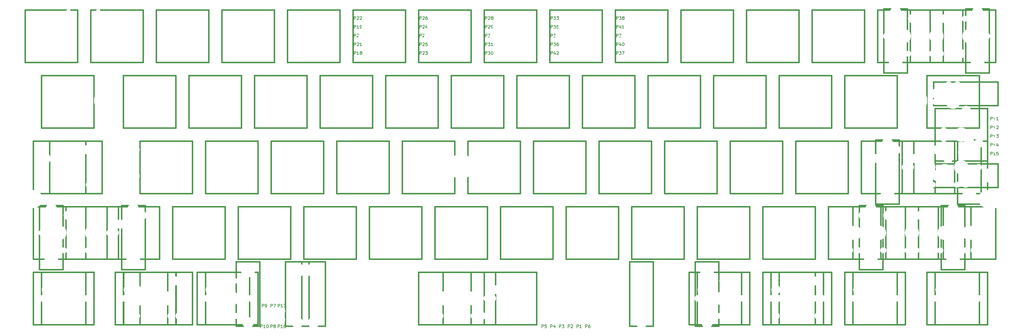
<source format=gto>
G04 #@! TF.GenerationSoftware,KiCad,Pcbnew,5.1.4+dfsg1-1~bpo10+1*
G04 #@! TF.CreationDate,2019-09-21T15:36:56+08:00*
G04 #@! TF.ProjectId,keyboard,6b657962-6f61-4726-942e-6b696361645f,B*
G04 #@! TF.SameCoordinates,Original*
G04 #@! TF.FileFunction,Legend,Top*
G04 #@! TF.FilePolarity,Positive*
%FSLAX46Y46*%
G04 Gerber Fmt 4.6, Leading zero omitted, Abs format (unit mm)*
G04 Created by KiCad (PCBNEW 5.1.4+dfsg1-1~bpo10+1) date 2019-09-21 15:36:56*
%MOMM*%
%LPD*%
G04 APERTURE LIST*
%ADD10C,0.381000*%
%ADD11C,0.150000*%
%ADD12C,0.803200*%
%ADD13O,1.103200X1.903200*%
%ADD14O,1.103200X2.203200*%
%ADD15C,2.203200*%
%ADD16C,1.803400*%
%ADD17C,2.003200*%
%ADD18C,3.251200*%
%ADD19C,4.183400*%
%ADD20C,4.183380*%
%ADD21C,2.702560*%
%ADD22C,1.902460*%
%ADD23O,10.203180X5.204460*%
%ADD24C,7.203440*%
%ADD25C,7.204500*%
%ADD26C,1.803200*%
G04 APERTURE END LIST*
D10*
X330517500Y-123348750D02*
X345757500Y-123348750D01*
X345757500Y-123348750D02*
X345757500Y-138588750D01*
X345757500Y-138588750D02*
X330517500Y-138588750D01*
X330517500Y-138588750D02*
X330517500Y-123348750D01*
X304323750Y-123348750D02*
X319563750Y-123348750D01*
X319563750Y-123348750D02*
X319563750Y-138588750D01*
X319563750Y-138588750D02*
X304323750Y-138588750D01*
X304323750Y-138588750D02*
X304323750Y-123348750D01*
X297180000Y-123348750D02*
X312420000Y-123348750D01*
X312420000Y-123348750D02*
X312420000Y-138588750D01*
X312420000Y-138588750D02*
X297180000Y-138588750D01*
X297180000Y-138588750D02*
X297180000Y-123348750D01*
X282892500Y-142398750D02*
X298132500Y-142398750D01*
X298132500Y-142398750D02*
X298132500Y-157638750D01*
X298132500Y-157638750D02*
X282892500Y-157638750D01*
X282892500Y-157638750D02*
X282892500Y-142398750D01*
X278130000Y-142398750D02*
X293370000Y-142398750D01*
X293370000Y-142398750D02*
X293370000Y-157638750D01*
X293370000Y-157638750D02*
X278130000Y-157638750D01*
X278130000Y-157638750D02*
X278130000Y-142398750D01*
X185261250Y-142398750D02*
X200501250Y-142398750D01*
X200501250Y-142398750D02*
X200501250Y-157638750D01*
X200501250Y-157638750D02*
X185261250Y-157638750D01*
X185261250Y-157638750D02*
X185261250Y-142398750D01*
X178117500Y-142398750D02*
X193357500Y-142398750D01*
X193357500Y-142398750D02*
X193357500Y-157638750D01*
X193357500Y-157638750D02*
X178117500Y-157638750D01*
X178117500Y-157638750D02*
X178117500Y-142398750D01*
X97155000Y-142398750D02*
X112395000Y-142398750D01*
X112395000Y-142398750D02*
X112395000Y-157638750D01*
X112395000Y-157638750D02*
X97155000Y-157638750D01*
X97155000Y-157638750D02*
X97155000Y-142398750D01*
X90011250Y-142398750D02*
X105251250Y-142398750D01*
X105251250Y-142398750D02*
X105251250Y-157638750D01*
X105251250Y-157638750D02*
X90011250Y-157638750D01*
X90011250Y-157638750D02*
X90011250Y-142398750D01*
X113823750Y-142398750D02*
X129063750Y-142398750D01*
X129063750Y-142398750D02*
X129063750Y-157638750D01*
X129063750Y-157638750D02*
X113823750Y-157638750D01*
X113823750Y-157638750D02*
X113823750Y-142398750D01*
X90011250Y-142398750D02*
X105251250Y-142398750D01*
X105251250Y-142398750D02*
X105251250Y-157638750D01*
X105251250Y-157638750D02*
X90011250Y-157638750D01*
X90011250Y-157638750D02*
X90011250Y-142398750D01*
X116205000Y-142398750D02*
X131445000Y-142398750D01*
X131445000Y-142398750D02*
X131445000Y-157638750D01*
X131445000Y-157638750D02*
X116205000Y-157638750D01*
X116205000Y-157638750D02*
X116205000Y-142398750D01*
X92392500Y-142398750D02*
X107632500Y-142398750D01*
X107632500Y-142398750D02*
X107632500Y-157638750D01*
X107632500Y-157638750D02*
X92392500Y-157638750D01*
X92392500Y-157638750D02*
X92392500Y-142398750D01*
X66198750Y-142398750D02*
X81438750Y-142398750D01*
X81438750Y-142398750D02*
X81438750Y-157638750D01*
X81438750Y-157638750D02*
X66198750Y-157638750D01*
X66198750Y-157638750D02*
X66198750Y-142398750D01*
X68580000Y-142398750D02*
X83820000Y-142398750D01*
X83820000Y-142398750D02*
X83820000Y-157638750D01*
X83820000Y-157638750D02*
X68580000Y-157638750D01*
X68580000Y-157638750D02*
X68580000Y-142398750D01*
X256698750Y-142398750D02*
X271938750Y-142398750D01*
X271938750Y-142398750D02*
X271938750Y-157638750D01*
X271938750Y-157638750D02*
X256698750Y-157638750D01*
X256698750Y-157638750D02*
X256698750Y-142398750D01*
X259080000Y-142398750D02*
X274320000Y-142398750D01*
X274320000Y-142398750D02*
X274320000Y-157638750D01*
X274320000Y-157638750D02*
X259080000Y-157638750D01*
X259080000Y-157638750D02*
X259080000Y-142398750D01*
X280511250Y-142398750D02*
X295751250Y-142398750D01*
X295751250Y-142398750D02*
X295751250Y-157638750D01*
X295751250Y-157638750D02*
X280511250Y-157638750D01*
X280511250Y-157638750D02*
X280511250Y-142398750D01*
X278130000Y-142398750D02*
X293370000Y-142398750D01*
X293370000Y-142398750D02*
X293370000Y-157638750D01*
X293370000Y-157638750D02*
X278130000Y-157638750D01*
X278130000Y-157638750D02*
X278130000Y-142398750D01*
X282892500Y-142398750D02*
X298132500Y-142398750D01*
X298132500Y-142398750D02*
X298132500Y-157638750D01*
X298132500Y-157638750D02*
X282892500Y-157638750D01*
X282892500Y-157638750D02*
X282892500Y-142398750D01*
X304323750Y-142398750D02*
X319563750Y-142398750D01*
X319563750Y-142398750D02*
X319563750Y-157638750D01*
X319563750Y-157638750D02*
X304323750Y-157638750D01*
X304323750Y-157638750D02*
X304323750Y-142398750D01*
X301942500Y-142398750D02*
X317182500Y-142398750D01*
X317182500Y-142398750D02*
X317182500Y-157638750D01*
X317182500Y-157638750D02*
X301942500Y-157638750D01*
X301942500Y-157638750D02*
X301942500Y-142398750D01*
X328136250Y-142398750D02*
X343376250Y-142398750D01*
X343376250Y-142398750D02*
X343376250Y-157638750D01*
X343376250Y-157638750D02*
X328136250Y-157638750D01*
X328136250Y-157638750D02*
X328136250Y-142398750D01*
X325755000Y-142398750D02*
X340995000Y-142398750D01*
X340995000Y-142398750D02*
X340995000Y-157638750D01*
X340995000Y-157638750D02*
X325755000Y-157638750D01*
X325755000Y-157638750D02*
X325755000Y-142398750D01*
X70962520Y-104300020D02*
X86202520Y-104300020D01*
X86202520Y-104300020D02*
X86202520Y-119540020D01*
X86202520Y-119540020D02*
X70962520Y-119540020D01*
X70962520Y-119540020D02*
X70962520Y-104300020D01*
X97155000Y-142398750D02*
X112395000Y-142398750D01*
X112395000Y-142398750D02*
X112395000Y-157638750D01*
X112395000Y-157638750D02*
X97155000Y-157638750D01*
X97155000Y-157638750D02*
X97155000Y-142398750D01*
X328136250Y-104298750D02*
X343376250Y-104298750D01*
X343376250Y-104298750D02*
X343376250Y-119538750D01*
X343376250Y-119538750D02*
X328136250Y-119538750D01*
X328136250Y-119538750D02*
X328136250Y-104298750D01*
X343376250Y-94773750D02*
X343376250Y-110013750D01*
X343376250Y-110013750D02*
X328136250Y-110013750D01*
X328136250Y-110013750D02*
X328136250Y-94773750D01*
X328136250Y-94773750D02*
X343376250Y-94773750D01*
X320992500Y-66198750D02*
X336232500Y-66198750D01*
X336232500Y-66198750D02*
X336232500Y-81438750D01*
X336232500Y-81438750D02*
X320992500Y-81438750D01*
X320992500Y-81438750D02*
X320992500Y-66198750D01*
X66198750Y-123348750D02*
X81438750Y-123348750D01*
X81438750Y-123348750D02*
X81438750Y-138588750D01*
X81438750Y-138588750D02*
X66198750Y-138588750D01*
X66198750Y-138588750D02*
X66198750Y-123348750D01*
X66200020Y-104300020D02*
X81440020Y-104300020D01*
X81440020Y-104300020D02*
X81440020Y-119540020D01*
X81440020Y-119540020D02*
X66200020Y-119540020D01*
X66200020Y-119540020D02*
X66200020Y-104300020D01*
X70962520Y-104300020D02*
X86202520Y-104300020D01*
X86202520Y-104300020D02*
X86202520Y-119540020D01*
X86202520Y-119540020D02*
X70962520Y-119540020D01*
X70962520Y-119540020D02*
X70962520Y-104300020D01*
X97155000Y-104298750D02*
X112395000Y-104298750D01*
X112395000Y-104298750D02*
X112395000Y-119538750D01*
X112395000Y-119538750D02*
X97155000Y-119538750D01*
X97155000Y-119538750D02*
X97155000Y-104298750D01*
X116205000Y-104298750D02*
X131445000Y-104298750D01*
X131445000Y-104298750D02*
X131445000Y-119538750D01*
X131445000Y-119538750D02*
X116205000Y-119538750D01*
X116205000Y-119538750D02*
X116205000Y-104298750D01*
X135255000Y-104298750D02*
X150495000Y-104298750D01*
X150495000Y-104298750D02*
X150495000Y-119538750D01*
X150495000Y-119538750D02*
X135255000Y-119538750D01*
X135255000Y-119538750D02*
X135255000Y-104298750D01*
X111442500Y-85248750D02*
X126682500Y-85248750D01*
X126682500Y-85248750D02*
X126682500Y-100488750D01*
X126682500Y-100488750D02*
X111442500Y-100488750D01*
X111442500Y-100488750D02*
X111442500Y-85248750D01*
X330517500Y-123348750D02*
X345757500Y-123348750D01*
X345757500Y-123348750D02*
X345757500Y-138588750D01*
X345757500Y-138588750D02*
X330517500Y-138588750D01*
X330517500Y-138588750D02*
X330517500Y-123348750D01*
X304323750Y-123348750D02*
X319563750Y-123348750D01*
X319563750Y-123348750D02*
X319563750Y-138588750D01*
X319563750Y-138588750D02*
X304323750Y-138588750D01*
X304323750Y-138588750D02*
X304323750Y-123348750D01*
X297180000Y-123348750D02*
X312420000Y-123348750D01*
X312420000Y-123348750D02*
X312420000Y-138588750D01*
X312420000Y-138588750D02*
X297180000Y-138588750D01*
X297180000Y-138588750D02*
X297180000Y-123348750D01*
X313848750Y-123348750D02*
X329088750Y-123348750D01*
X329088750Y-123348750D02*
X329088750Y-138588750D01*
X329088750Y-138588750D02*
X313848750Y-138588750D01*
X313848750Y-138588750D02*
X313848750Y-123348750D01*
X268605000Y-104298750D02*
X283845000Y-104298750D01*
X283845000Y-104298750D02*
X283845000Y-119538750D01*
X283845000Y-119538750D02*
X268605000Y-119538750D01*
X268605000Y-119538750D02*
X268605000Y-104298750D01*
X106680000Y-123348750D02*
X121920000Y-123348750D01*
X121920000Y-123348750D02*
X121920000Y-138588750D01*
X121920000Y-138588750D02*
X106680000Y-138588750D01*
X106680000Y-138588750D02*
X106680000Y-123348750D01*
X87630000Y-123348750D02*
X102870000Y-123348750D01*
X102870000Y-123348750D02*
X102870000Y-138588750D01*
X102870000Y-138588750D02*
X87630000Y-138588750D01*
X87630000Y-138588750D02*
X87630000Y-123348750D01*
X75723750Y-123348750D02*
X90963750Y-123348750D01*
X90963750Y-123348750D02*
X90963750Y-138588750D01*
X90963750Y-138588750D02*
X75723750Y-138588750D01*
X75723750Y-138588750D02*
X75723750Y-123348750D01*
X201930000Y-123348750D02*
X217170000Y-123348750D01*
X217170000Y-123348750D02*
X217170000Y-138588750D01*
X217170000Y-138588750D02*
X201930000Y-138588750D01*
X201930000Y-138588750D02*
X201930000Y-123348750D01*
X182880000Y-123348750D02*
X198120000Y-123348750D01*
X198120000Y-123348750D02*
X198120000Y-138588750D01*
X198120000Y-138588750D02*
X182880000Y-138588750D01*
X182880000Y-138588750D02*
X182880000Y-123348750D01*
X163830000Y-123348750D02*
X179070000Y-123348750D01*
X179070000Y-123348750D02*
X179070000Y-138588750D01*
X179070000Y-138588750D02*
X163830000Y-138588750D01*
X163830000Y-138588750D02*
X163830000Y-123348750D01*
X144780000Y-123348750D02*
X160020000Y-123348750D01*
X160020000Y-123348750D02*
X160020000Y-138588750D01*
X160020000Y-138588750D02*
X144780000Y-138588750D01*
X144780000Y-138588750D02*
X144780000Y-123348750D01*
X287655000Y-104298750D02*
X302895000Y-104298750D01*
X302895000Y-104298750D02*
X302895000Y-119538750D01*
X302895000Y-119538750D02*
X287655000Y-119538750D01*
X287655000Y-119538750D02*
X287655000Y-104298750D01*
X125730000Y-123348750D02*
X140970000Y-123348750D01*
X140970000Y-123348750D02*
X140970000Y-138588750D01*
X140970000Y-138588750D02*
X125730000Y-138588750D01*
X125730000Y-138588750D02*
X125730000Y-123348750D01*
X249555000Y-104298750D02*
X264795000Y-104298750D01*
X264795000Y-104298750D02*
X264795000Y-119538750D01*
X264795000Y-119538750D02*
X249555000Y-119538750D01*
X249555000Y-119538750D02*
X249555000Y-104298750D01*
X230505000Y-104298750D02*
X245745000Y-104298750D01*
X245745000Y-104298750D02*
X245745000Y-119538750D01*
X245745000Y-119538750D02*
X230505000Y-119538750D01*
X230505000Y-119538750D02*
X230505000Y-104298750D01*
X318611250Y-104298750D02*
X333851250Y-104298750D01*
X333851250Y-104298750D02*
X333851250Y-119538750D01*
X333851250Y-119538750D02*
X318611250Y-119538750D01*
X318611250Y-119538750D02*
X318611250Y-104298750D01*
X306705000Y-104298750D02*
X321945000Y-104298750D01*
X321945000Y-104298750D02*
X321945000Y-119538750D01*
X321945000Y-119538750D02*
X306705000Y-119538750D01*
X306705000Y-119538750D02*
X306705000Y-104298750D01*
X220980000Y-123348750D02*
X236220000Y-123348750D01*
X236220000Y-123348750D02*
X236220000Y-138588750D01*
X236220000Y-138588750D02*
X220980000Y-138588750D01*
X220980000Y-138588750D02*
X220980000Y-123348750D01*
X240030000Y-123348750D02*
X255270000Y-123348750D01*
X255270000Y-123348750D02*
X255270000Y-138588750D01*
X255270000Y-138588750D02*
X240030000Y-138588750D01*
X240030000Y-138588750D02*
X240030000Y-123348750D01*
X259080000Y-123348750D02*
X274320000Y-123348750D01*
X274320000Y-123348750D02*
X274320000Y-138588750D01*
X274320000Y-138588750D02*
X259080000Y-138588750D01*
X259080000Y-138588750D02*
X259080000Y-123348750D01*
X278130000Y-123348750D02*
X293370000Y-123348750D01*
X293370000Y-123348750D02*
X293370000Y-138588750D01*
X293370000Y-138588750D02*
X278130000Y-138588750D01*
X278130000Y-138588750D02*
X278130000Y-123348750D01*
X345757500Y-81438750D02*
X330517500Y-81438750D01*
X330517500Y-81438750D02*
X330517500Y-66198750D01*
X330517500Y-66198750D02*
X345757500Y-66198750D01*
X345757500Y-66198750D02*
X345757500Y-81438750D01*
X185261250Y-142398750D02*
X200501250Y-142398750D01*
X200501250Y-142398750D02*
X200501250Y-157638750D01*
X200501250Y-157638750D02*
X185261250Y-157638750D01*
X185261250Y-157638750D02*
X185261250Y-142398750D01*
X292417500Y-66198750D02*
X307657500Y-66198750D01*
X307657500Y-66198750D02*
X307657500Y-81438750D01*
X307657500Y-81438750D02*
X292417500Y-81438750D01*
X292417500Y-81438750D02*
X292417500Y-66198750D01*
X168592500Y-85248750D02*
X183832500Y-85248750D01*
X183832500Y-85248750D02*
X183832500Y-100488750D01*
X183832500Y-100488750D02*
X168592500Y-100488750D01*
X168592500Y-100488750D02*
X168592500Y-85248750D01*
X149542500Y-85248750D02*
X164782500Y-85248750D01*
X164782500Y-85248750D02*
X164782500Y-100488750D01*
X164782500Y-100488750D02*
X149542500Y-100488750D01*
X149542500Y-100488750D02*
X149542500Y-85248750D01*
X273367500Y-66198750D02*
X288607500Y-66198750D01*
X288607500Y-66198750D02*
X288607500Y-81438750D01*
X288607500Y-81438750D02*
X273367500Y-81438750D01*
X273367500Y-81438750D02*
X273367500Y-66198750D01*
X254317500Y-66198750D02*
X269557500Y-66198750D01*
X269557500Y-66198750D02*
X269557500Y-81438750D01*
X269557500Y-81438750D02*
X254317500Y-81438750D01*
X254317500Y-81438750D02*
X254317500Y-66198750D01*
X235267500Y-66198750D02*
X250507500Y-66198750D01*
X250507500Y-66198750D02*
X250507500Y-81438750D01*
X250507500Y-81438750D02*
X235267500Y-81438750D01*
X235267500Y-81438750D02*
X235267500Y-66198750D01*
X216217500Y-66198750D02*
X231457500Y-66198750D01*
X231457500Y-66198750D02*
X231457500Y-81438750D01*
X231457500Y-81438750D02*
X216217500Y-81438750D01*
X216217500Y-81438750D02*
X216217500Y-66198750D01*
X311467500Y-66198750D02*
X326707500Y-66198750D01*
X326707500Y-66198750D02*
X326707500Y-81438750D01*
X326707500Y-81438750D02*
X311467500Y-81438750D01*
X311467500Y-81438750D02*
X311467500Y-66198750D01*
X187642500Y-85248750D02*
X202882500Y-85248750D01*
X202882500Y-85248750D02*
X202882500Y-100488750D01*
X202882500Y-100488750D02*
X187642500Y-100488750D01*
X187642500Y-100488750D02*
X187642500Y-85248750D01*
X120967500Y-66198750D02*
X136207500Y-66198750D01*
X136207500Y-66198750D02*
X136207500Y-81438750D01*
X136207500Y-81438750D02*
X120967500Y-81438750D01*
X120967500Y-81438750D02*
X120967500Y-66198750D01*
X101917500Y-66198750D02*
X117157500Y-66198750D01*
X117157500Y-66198750D02*
X117157500Y-81438750D01*
X117157500Y-81438750D02*
X101917500Y-81438750D01*
X101917500Y-81438750D02*
X101917500Y-66198750D01*
X98107500Y-81438750D02*
X82867500Y-81438750D01*
X82867500Y-81438750D02*
X82867500Y-66198750D01*
X82867500Y-66198750D02*
X98107500Y-66198750D01*
X98107500Y-66198750D02*
X98107500Y-81438750D01*
X197167500Y-66198750D02*
X212407500Y-66198750D01*
X212407500Y-66198750D02*
X212407500Y-81438750D01*
X212407500Y-81438750D02*
X197167500Y-81438750D01*
X197167500Y-81438750D02*
X197167500Y-66198750D01*
X178117500Y-66198750D02*
X193357500Y-66198750D01*
X193357500Y-66198750D02*
X193357500Y-81438750D01*
X193357500Y-81438750D02*
X178117500Y-81438750D01*
X178117500Y-81438750D02*
X178117500Y-66198750D01*
X159067500Y-66198750D02*
X174307500Y-66198750D01*
X174307500Y-66198750D02*
X174307500Y-81438750D01*
X174307500Y-81438750D02*
X159067500Y-81438750D01*
X159067500Y-81438750D02*
X159067500Y-66198750D01*
X140017500Y-66198750D02*
X155257500Y-66198750D01*
X155257500Y-66198750D02*
X155257500Y-81438750D01*
X155257500Y-81438750D02*
X140017500Y-81438750D01*
X140017500Y-81438750D02*
X140017500Y-66198750D01*
X206692500Y-85248750D02*
X221932500Y-85248750D01*
X221932500Y-85248750D02*
X221932500Y-100488750D01*
X221932500Y-100488750D02*
X206692500Y-100488750D01*
X206692500Y-100488750D02*
X206692500Y-85248750D01*
X68580000Y-85248750D02*
X83820000Y-85248750D01*
X83820000Y-85248750D02*
X83820000Y-100488750D01*
X83820000Y-100488750D02*
X68580000Y-100488750D01*
X68580000Y-100488750D02*
X68580000Y-85248750D01*
X92392500Y-85248750D02*
X107632500Y-85248750D01*
X107632500Y-85248750D02*
X107632500Y-100488750D01*
X107632500Y-100488750D02*
X92392500Y-100488750D01*
X92392500Y-100488750D02*
X92392500Y-85248750D01*
X130492500Y-85248750D02*
X145732500Y-85248750D01*
X145732500Y-85248750D02*
X145732500Y-100488750D01*
X145732500Y-100488750D02*
X130492500Y-100488750D01*
X130492500Y-100488750D02*
X130492500Y-85248750D01*
X301942500Y-85248750D02*
X317182500Y-85248750D01*
X317182500Y-85248750D02*
X317182500Y-100488750D01*
X317182500Y-100488750D02*
X301942500Y-100488750D01*
X301942500Y-100488750D02*
X301942500Y-85248750D01*
X340995000Y-100488750D02*
X325755000Y-100488750D01*
X325755000Y-100488750D02*
X325755000Y-85248750D01*
X325755000Y-85248750D02*
X340995000Y-85248750D01*
X340995000Y-85248750D02*
X340995000Y-100488750D01*
X225742500Y-85248750D02*
X240982500Y-85248750D01*
X240982500Y-85248750D02*
X240982500Y-100488750D01*
X240982500Y-100488750D02*
X225742500Y-100488750D01*
X225742500Y-100488750D02*
X225742500Y-85248750D01*
X244792500Y-85248750D02*
X260032500Y-85248750D01*
X260032500Y-85248750D02*
X260032500Y-100488750D01*
X260032500Y-100488750D02*
X244792500Y-100488750D01*
X244792500Y-100488750D02*
X244792500Y-85248750D01*
X263842500Y-85248750D02*
X279082500Y-85248750D01*
X279082500Y-85248750D02*
X279082500Y-100488750D01*
X279082500Y-100488750D02*
X263842500Y-100488750D01*
X263842500Y-100488750D02*
X263842500Y-85248750D01*
X282892500Y-85248750D02*
X298132500Y-85248750D01*
X298132500Y-85248750D02*
X298132500Y-100488750D01*
X298132500Y-100488750D02*
X282892500Y-100488750D01*
X282892500Y-100488750D02*
X282892500Y-85248750D01*
X154305000Y-104298750D02*
X169545000Y-104298750D01*
X169545000Y-104298750D02*
X169545000Y-119538750D01*
X169545000Y-119538750D02*
X154305000Y-119538750D01*
X154305000Y-119538750D02*
X154305000Y-104298750D01*
X173355000Y-104298750D02*
X188595000Y-104298750D01*
X188595000Y-104298750D02*
X188595000Y-119538750D01*
X188595000Y-119538750D02*
X173355000Y-119538750D01*
X173355000Y-119538750D02*
X173355000Y-104298750D01*
X192405000Y-104298750D02*
X207645000Y-104298750D01*
X207645000Y-104298750D02*
X207645000Y-119538750D01*
X207645000Y-119538750D02*
X192405000Y-119538750D01*
X192405000Y-119538750D02*
X192405000Y-104298750D01*
X211455000Y-104298750D02*
X226695000Y-104298750D01*
X226695000Y-104298750D02*
X226695000Y-119538750D01*
X226695000Y-119538750D02*
X211455000Y-119538750D01*
X211455000Y-119538750D02*
X211455000Y-104298750D01*
X197167500Y-142398750D02*
X212407500Y-142398750D01*
X212407500Y-142398750D02*
X212407500Y-157638750D01*
X212407500Y-157638750D02*
X197167500Y-157638750D01*
X197167500Y-157638750D02*
X197167500Y-142398750D01*
X178117500Y-142398750D02*
X193357500Y-142398750D01*
X193357500Y-142398750D02*
X193357500Y-157638750D01*
X193357500Y-157638750D02*
X178117500Y-157638750D01*
X178117500Y-157638750D02*
X178117500Y-142398750D01*
X323373750Y-123348750D02*
X338613750Y-123348750D01*
X338613750Y-123348750D02*
X338613750Y-138588750D01*
X338613750Y-138588750D02*
X323373750Y-138588750D01*
X323373750Y-138588750D02*
X323373750Y-123348750D01*
X343949020Y-84488020D02*
X343949020Y-65819020D01*
X343949020Y-65819020D02*
X337091020Y-65819020D01*
X337091020Y-65819020D02*
X337091020Y-84488020D01*
X337091020Y-84488020D02*
X343949020Y-84488020D01*
X74866500Y-141638020D02*
X74866500Y-122969020D01*
X74866500Y-122969020D02*
X68008500Y-122969020D01*
X68008500Y-122969020D02*
X68008500Y-141638020D01*
X68008500Y-141638020D02*
X74866500Y-141638020D01*
X98679000Y-141638020D02*
X98679000Y-122969020D01*
X98679000Y-122969020D02*
X91821000Y-122969020D01*
X91821000Y-122969020D02*
X91821000Y-141638020D01*
X91821000Y-141638020D02*
X98679000Y-141638020D01*
X312991500Y-141638020D02*
X312991500Y-122969020D01*
X312991500Y-122969020D02*
X306133500Y-122969020D01*
X306133500Y-122969020D02*
X306133500Y-141638020D01*
X306133500Y-141638020D02*
X312991500Y-141638020D01*
X341566500Y-122586750D02*
X341566500Y-103917750D01*
X341566500Y-103917750D02*
X334708500Y-103917750D01*
X334708500Y-103917750D02*
X334708500Y-122586750D01*
X334708500Y-122586750D02*
X341566500Y-122586750D01*
X317754000Y-122588020D02*
X317754000Y-103919020D01*
X317754000Y-103919020D02*
X310896000Y-103919020D01*
X310896000Y-103919020D02*
X310896000Y-122588020D01*
X310896000Y-122588020D02*
X317754000Y-122588020D01*
X346425520Y-87058500D02*
X327756520Y-87058500D01*
X327756520Y-87058500D02*
X327756520Y-93916500D01*
X327756520Y-93916500D02*
X346425520Y-93916500D01*
X346425520Y-93916500D02*
X346425520Y-87058500D01*
X346425520Y-110871000D02*
X327756520Y-110871000D01*
X327756520Y-110871000D02*
X327756520Y-117729000D01*
X327756520Y-117729000D02*
X346425520Y-117729000D01*
X346425520Y-117729000D02*
X346425520Y-110871000D01*
X320136520Y-84488020D02*
X320136520Y-65819020D01*
X320136520Y-65819020D02*
X313278520Y-65819020D01*
X313278520Y-65819020D02*
X313278520Y-84488020D01*
X313278520Y-84488020D02*
X320136520Y-84488020D01*
X239458500Y-139352020D02*
X239458500Y-158021020D01*
X239458500Y-158021020D02*
X246316500Y-158021020D01*
X246316500Y-158021020D02*
X246316500Y-139352020D01*
X246316500Y-139352020D02*
X239458500Y-139352020D01*
X139446000Y-139352020D02*
X139446000Y-158021020D01*
X139446000Y-158021020D02*
X146304000Y-158021020D01*
X146304000Y-158021020D02*
X146304000Y-139352020D01*
X146304000Y-139352020D02*
X139446000Y-139352020D01*
X125158500Y-139352020D02*
X125158500Y-158021020D01*
X125158500Y-158021020D02*
X132016500Y-158021020D01*
X132016500Y-158021020D02*
X132016500Y-139352020D01*
X132016500Y-139352020D02*
X125158500Y-139352020D01*
X144208500Y-139352020D02*
X144208500Y-158021020D01*
X144208500Y-158021020D02*
X151066500Y-158021020D01*
X151066500Y-158021020D02*
X151066500Y-139352020D01*
X151066500Y-139352020D02*
X144208500Y-139352020D01*
X258508500Y-139352020D02*
X258508500Y-158021020D01*
X258508500Y-158021020D02*
X265366500Y-158021020D01*
X265366500Y-158021020D02*
X265366500Y-139352020D01*
X265366500Y-139352020D02*
X258508500Y-139352020D01*
X336804000Y-141636750D02*
X336804000Y-122967750D01*
X336804000Y-122967750D02*
X329946000Y-122967750D01*
X329946000Y-122967750D02*
X329946000Y-141636750D01*
X329946000Y-141636750D02*
X336804000Y-141636750D01*
X70962520Y-104300020D02*
X86202520Y-104300020D01*
X86202520Y-104300020D02*
X86202520Y-119540020D01*
X86202520Y-119540020D02*
X70962520Y-119540020D01*
X70962520Y-119540020D02*
X70962520Y-104300020D01*
X254317500Y-66200020D02*
X269557500Y-66200020D01*
X269557500Y-66200020D02*
X269557500Y-81440020D01*
X269557500Y-81440020D02*
X254317500Y-81440020D01*
X254317500Y-81440020D02*
X254317500Y-66200020D01*
X149542500Y-85250020D02*
X164782500Y-85250020D01*
X164782500Y-85250020D02*
X164782500Y-100490020D01*
X164782500Y-100490020D02*
X149542500Y-100490020D01*
X149542500Y-100490020D02*
X149542500Y-85250020D01*
X168592500Y-85250020D02*
X183832500Y-85250020D01*
X183832500Y-85250020D02*
X183832500Y-100490020D01*
X183832500Y-100490020D02*
X168592500Y-100490020D01*
X168592500Y-100490020D02*
X168592500Y-85250020D01*
X206692500Y-85250020D02*
X221932500Y-85250020D01*
X221932500Y-85250020D02*
X221932500Y-100490020D01*
X221932500Y-100490020D02*
X206692500Y-100490020D01*
X206692500Y-100490020D02*
X206692500Y-85250020D01*
X225742500Y-85250020D02*
X240982500Y-85250020D01*
X240982500Y-85250020D02*
X240982500Y-100490020D01*
X240982500Y-100490020D02*
X225742500Y-100490020D01*
X225742500Y-100490020D02*
X225742500Y-85250020D01*
X244792500Y-85250020D02*
X260032500Y-85250020D01*
X260032500Y-85250020D02*
X260032500Y-100490020D01*
X260032500Y-100490020D02*
X244792500Y-100490020D01*
X244792500Y-100490020D02*
X244792500Y-85250020D01*
X263842500Y-85250020D02*
X279082500Y-85250020D01*
X279082500Y-85250020D02*
X279082500Y-100490020D01*
X279082500Y-100490020D02*
X263842500Y-100490020D01*
X263842500Y-100490020D02*
X263842500Y-85250020D01*
X282892500Y-85250020D02*
X298132500Y-85250020D01*
X298132500Y-85250020D02*
X298132500Y-100490020D01*
X298132500Y-100490020D02*
X282892500Y-100490020D01*
X282892500Y-100490020D02*
X282892500Y-85250020D01*
X340995000Y-100488750D02*
X325755000Y-100488750D01*
X325755000Y-100488750D02*
X325755000Y-85248750D01*
X325755000Y-85248750D02*
X340995000Y-85248750D01*
X340995000Y-85248750D02*
X340995000Y-100488750D01*
X97155000Y-104300020D02*
X112395000Y-104300020D01*
X112395000Y-104300020D02*
X112395000Y-119540020D01*
X112395000Y-119540020D02*
X97155000Y-119540020D01*
X97155000Y-119540020D02*
X97155000Y-104300020D01*
X116205000Y-104300020D02*
X131445000Y-104300020D01*
X131445000Y-104300020D02*
X131445000Y-119540020D01*
X131445000Y-119540020D02*
X116205000Y-119540020D01*
X116205000Y-119540020D02*
X116205000Y-104300020D01*
X135255000Y-104300020D02*
X150495000Y-104300020D01*
X150495000Y-104300020D02*
X150495000Y-119540020D01*
X150495000Y-119540020D02*
X135255000Y-119540020D01*
X135255000Y-119540020D02*
X135255000Y-104300020D01*
X154305000Y-104300020D02*
X169545000Y-104300020D01*
X169545000Y-104300020D02*
X169545000Y-119540020D01*
X169545000Y-119540020D02*
X154305000Y-119540020D01*
X154305000Y-119540020D02*
X154305000Y-104300020D01*
X173355000Y-104300020D02*
X188595000Y-104300020D01*
X188595000Y-104300020D02*
X188595000Y-119540020D01*
X188595000Y-119540020D02*
X173355000Y-119540020D01*
X173355000Y-119540020D02*
X173355000Y-104300020D01*
X192405000Y-104300020D02*
X207645000Y-104300020D01*
X207645000Y-104300020D02*
X207645000Y-119540020D01*
X207645000Y-119540020D02*
X192405000Y-119540020D01*
X192405000Y-119540020D02*
X192405000Y-104300020D01*
X211455000Y-104300020D02*
X226695000Y-104300020D01*
X226695000Y-104300020D02*
X226695000Y-119540020D01*
X226695000Y-119540020D02*
X211455000Y-119540020D01*
X211455000Y-119540020D02*
X211455000Y-104300020D01*
X101917500Y-66200020D02*
X117157500Y-66200020D01*
X117157500Y-66200020D02*
X117157500Y-81440020D01*
X117157500Y-81440020D02*
X101917500Y-81440020D01*
X101917500Y-81440020D02*
X101917500Y-66200020D01*
X120967500Y-66200020D02*
X136207500Y-66200020D01*
X136207500Y-66200020D02*
X136207500Y-81440020D01*
X136207500Y-81440020D02*
X120967500Y-81440020D01*
X120967500Y-81440020D02*
X120967500Y-66200020D01*
X159067500Y-66200020D02*
X174307500Y-66200020D01*
X174307500Y-66200020D02*
X174307500Y-81440020D01*
X174307500Y-81440020D02*
X159067500Y-81440020D01*
X159067500Y-81440020D02*
X159067500Y-66200020D01*
X178117500Y-66200020D02*
X193357500Y-66200020D01*
X193357500Y-66200020D02*
X193357500Y-81440020D01*
X193357500Y-81440020D02*
X178117500Y-81440020D01*
X178117500Y-81440020D02*
X178117500Y-66200020D01*
X197167500Y-66200020D02*
X212407500Y-66200020D01*
X212407500Y-66200020D02*
X212407500Y-81440020D01*
X212407500Y-81440020D02*
X197167500Y-81440020D01*
X197167500Y-81440020D02*
X197167500Y-66200020D01*
X216217500Y-66200020D02*
X231457500Y-66200020D01*
X231457500Y-66200020D02*
X231457500Y-81440020D01*
X231457500Y-81440020D02*
X216217500Y-81440020D01*
X216217500Y-81440020D02*
X216217500Y-66200020D01*
X273367500Y-66200020D02*
X288607500Y-66200020D01*
X288607500Y-66200020D02*
X288607500Y-81440020D01*
X288607500Y-81440020D02*
X273367500Y-81440020D01*
X273367500Y-81440020D02*
X273367500Y-66200020D01*
X292417500Y-66200020D02*
X307657500Y-66200020D01*
X307657500Y-66200020D02*
X307657500Y-81440020D01*
X307657500Y-81440020D02*
X292417500Y-81440020D01*
X292417500Y-81440020D02*
X292417500Y-66200020D01*
X320992500Y-66200020D02*
X336232500Y-66200020D01*
X336232500Y-66200020D02*
X336232500Y-81440020D01*
X336232500Y-81440020D02*
X320992500Y-81440020D01*
X320992500Y-81440020D02*
X320992500Y-66200020D01*
X68580000Y-85250020D02*
X83820000Y-85250020D01*
X83820000Y-85250020D02*
X83820000Y-100490020D01*
X83820000Y-100490020D02*
X68580000Y-100490020D01*
X68580000Y-100490020D02*
X68580000Y-85250020D01*
X92392500Y-85250020D02*
X107632500Y-85250020D01*
X107632500Y-85250020D02*
X107632500Y-100490020D01*
X107632500Y-100490020D02*
X92392500Y-100490020D01*
X92392500Y-100490020D02*
X92392500Y-85250020D01*
X111442500Y-85250020D02*
X126682500Y-85250020D01*
X126682500Y-85250020D02*
X126682500Y-100490020D01*
X126682500Y-100490020D02*
X111442500Y-100490020D01*
X111442500Y-100490020D02*
X111442500Y-85250020D01*
X130492500Y-85250020D02*
X145732500Y-85250020D01*
X145732500Y-85250020D02*
X145732500Y-100490020D01*
X145732500Y-100490020D02*
X130492500Y-100490020D01*
X130492500Y-100490020D02*
X130492500Y-85250020D01*
X313850020Y-123350020D02*
X329090020Y-123350020D01*
X329090020Y-123350020D02*
X329090020Y-138590020D01*
X329090020Y-138590020D02*
X313850020Y-138590020D01*
X313850020Y-138590020D02*
X313850020Y-123350020D01*
X66198750Y-142398750D02*
X81438750Y-142398750D01*
X81438750Y-142398750D02*
X81438750Y-157638750D01*
X81438750Y-157638750D02*
X66198750Y-157638750D01*
X66198750Y-157638750D02*
X66198750Y-142398750D01*
X113823750Y-142398750D02*
X129063750Y-142398750D01*
X129063750Y-142398750D02*
X129063750Y-157638750D01*
X129063750Y-157638750D02*
X113823750Y-157638750D01*
X113823750Y-157638750D02*
X113823750Y-142398750D01*
X185261250Y-142398750D02*
X200501250Y-142398750D01*
X200501250Y-142398750D02*
X200501250Y-157638750D01*
X200501250Y-157638750D02*
X185261250Y-157638750D01*
X185261250Y-157638750D02*
X185261250Y-142398750D01*
X256698750Y-142398750D02*
X271938750Y-142398750D01*
X271938750Y-142398750D02*
X271938750Y-157638750D01*
X271938750Y-157638750D02*
X256698750Y-157638750D01*
X256698750Y-157638750D02*
X256698750Y-142398750D01*
X280511250Y-142398750D02*
X295751250Y-142398750D01*
X295751250Y-142398750D02*
X295751250Y-157638750D01*
X295751250Y-157638750D02*
X280511250Y-157638750D01*
X280511250Y-157638750D02*
X280511250Y-142398750D01*
X304323750Y-142398750D02*
X319563750Y-142398750D01*
X319563750Y-142398750D02*
X319563750Y-157638750D01*
X319563750Y-157638750D02*
X304323750Y-157638750D01*
X304323750Y-157638750D02*
X304323750Y-142398750D01*
X328136250Y-142398750D02*
X343376250Y-142398750D01*
X343376250Y-142398750D02*
X343376250Y-157638750D01*
X343376250Y-157638750D02*
X328136250Y-157638750D01*
X328136250Y-157638750D02*
X328136250Y-142398750D01*
X230505000Y-104300020D02*
X245745000Y-104300020D01*
X245745000Y-104300020D02*
X245745000Y-119540020D01*
X245745000Y-119540020D02*
X230505000Y-119540020D01*
X230505000Y-119540020D02*
X230505000Y-104300020D01*
X249555000Y-104300020D02*
X264795000Y-104300020D01*
X264795000Y-104300020D02*
X264795000Y-119540020D01*
X264795000Y-119540020D02*
X249555000Y-119540020D01*
X249555000Y-119540020D02*
X249555000Y-104300020D01*
X287655000Y-104300020D02*
X302895000Y-104300020D01*
X302895000Y-104300020D02*
X302895000Y-119540020D01*
X302895000Y-119540020D02*
X287655000Y-119540020D01*
X287655000Y-119540020D02*
X287655000Y-104300020D01*
X318611250Y-104298750D02*
X333851250Y-104298750D01*
X333851250Y-104298750D02*
X333851250Y-119538750D01*
X333851250Y-119538750D02*
X318611250Y-119538750D01*
X318611250Y-119538750D02*
X318611250Y-104298750D01*
X75723750Y-123348750D02*
X90963750Y-123348750D01*
X90963750Y-123348750D02*
X90963750Y-138588750D01*
X90963750Y-138588750D02*
X75723750Y-138588750D01*
X75723750Y-138588750D02*
X75723750Y-123348750D01*
X106680000Y-123350020D02*
X121920000Y-123350020D01*
X121920000Y-123350020D02*
X121920000Y-138590020D01*
X121920000Y-138590020D02*
X106680000Y-138590020D01*
X106680000Y-138590020D02*
X106680000Y-123350020D01*
X125730000Y-123350020D02*
X140970000Y-123350020D01*
X140970000Y-123350020D02*
X140970000Y-138590020D01*
X140970000Y-138590020D02*
X125730000Y-138590020D01*
X125730000Y-138590020D02*
X125730000Y-123350020D01*
X163830000Y-123350020D02*
X179070000Y-123350020D01*
X179070000Y-123350020D02*
X179070000Y-138590020D01*
X179070000Y-138590020D02*
X163830000Y-138590020D01*
X163830000Y-138590020D02*
X163830000Y-123350020D01*
X182880000Y-123350020D02*
X198120000Y-123350020D01*
X198120000Y-123350020D02*
X198120000Y-138590020D01*
X198120000Y-138590020D02*
X182880000Y-138590020D01*
X182880000Y-138590020D02*
X182880000Y-123350020D01*
X201930000Y-123350020D02*
X217170000Y-123350020D01*
X217170000Y-123350020D02*
X217170000Y-138590020D01*
X217170000Y-138590020D02*
X201930000Y-138590020D01*
X201930000Y-138590020D02*
X201930000Y-123350020D01*
X220980000Y-123350020D02*
X236220000Y-123350020D01*
X236220000Y-123350020D02*
X236220000Y-138590020D01*
X236220000Y-138590020D02*
X220980000Y-138590020D01*
X220980000Y-138590020D02*
X220980000Y-123350020D01*
X240030000Y-123350020D02*
X255270000Y-123350020D01*
X255270000Y-123350020D02*
X255270000Y-138590020D01*
X255270000Y-138590020D02*
X240030000Y-138590020D01*
X240030000Y-138590020D02*
X240030000Y-123350020D01*
X259080000Y-123350020D02*
X274320000Y-123350020D01*
X274320000Y-123350020D02*
X274320000Y-138590020D01*
X274320000Y-138590020D02*
X259080000Y-138590020D01*
X259080000Y-138590020D02*
X259080000Y-123350020D01*
X278130000Y-123350020D02*
X293370000Y-123350020D01*
X293370000Y-123350020D02*
X293370000Y-138590020D01*
X293370000Y-138590020D02*
X278130000Y-138590020D01*
X278130000Y-138590020D02*
X278130000Y-123350020D01*
X90011250Y-142398750D02*
X105251250Y-142398750D01*
X105251250Y-142398750D02*
X105251250Y-157638750D01*
X105251250Y-157638750D02*
X90011250Y-157638750D01*
X90011250Y-157638750D02*
X90011250Y-142398750D01*
X144780000Y-123350020D02*
X160020000Y-123350020D01*
X160020000Y-123350020D02*
X160020000Y-138590020D01*
X160020000Y-138590020D02*
X144780000Y-138590020D01*
X144780000Y-138590020D02*
X144780000Y-123350020D01*
X140017500Y-66200020D02*
X155257500Y-66200020D01*
X155257500Y-66200020D02*
X155257500Y-81440020D01*
X155257500Y-81440020D02*
X140017500Y-81440020D01*
X140017500Y-81440020D02*
X140017500Y-66200020D01*
X235267500Y-66200020D02*
X250507500Y-66200020D01*
X250507500Y-66200020D02*
X250507500Y-81440020D01*
X250507500Y-81440020D02*
X235267500Y-81440020D01*
X235267500Y-81440020D02*
X235267500Y-66200020D01*
X301942500Y-85250020D02*
X317182500Y-85250020D01*
X317182500Y-85250020D02*
X317182500Y-100490020D01*
X317182500Y-100490020D02*
X301942500Y-100490020D01*
X301942500Y-100490020D02*
X301942500Y-85250020D01*
X187642500Y-85250020D02*
X202882500Y-85250020D01*
X202882500Y-85250020D02*
X202882500Y-100490020D01*
X202882500Y-100490020D02*
X187642500Y-100490020D01*
X187642500Y-100490020D02*
X187642500Y-85250020D01*
X268605000Y-104300020D02*
X283845000Y-104300020D01*
X283845000Y-104300020D02*
X283845000Y-119540020D01*
X283845000Y-119540020D02*
X268605000Y-119540020D01*
X268605000Y-119540020D02*
X268605000Y-104300020D01*
X79057500Y-81438750D02*
X63817500Y-81438750D01*
X63817500Y-81438750D02*
X63817500Y-66198750D01*
X63817500Y-66198750D02*
X79057500Y-66198750D01*
X79057500Y-66198750D02*
X79057500Y-81438750D01*
X328136250Y-104298750D02*
X343376250Y-104298750D01*
X343376250Y-104298750D02*
X343376250Y-119538750D01*
X343376250Y-119538750D02*
X328136250Y-119538750D01*
X328136250Y-119538750D02*
X328136250Y-104298750D01*
X278130000Y-142398750D02*
X293370000Y-142398750D01*
X293370000Y-142398750D02*
X293370000Y-157638750D01*
X293370000Y-157638750D02*
X278130000Y-157638750D01*
X278130000Y-157638750D02*
X278130000Y-142398750D01*
X87630000Y-123350020D02*
X102870000Y-123350020D01*
X102870000Y-123350020D02*
X102870000Y-138590020D01*
X102870000Y-138590020D02*
X87630000Y-138590020D01*
X87630000Y-138590020D02*
X87630000Y-123350020D01*
X330517500Y-123348750D02*
X345757500Y-123348750D01*
X345757500Y-123348750D02*
X345757500Y-138588750D01*
X345757500Y-138588750D02*
X330517500Y-138588750D01*
X330517500Y-138588750D02*
X330517500Y-123348750D01*
X68580000Y-142367000D02*
X83820000Y-142367000D01*
X83820000Y-142367000D02*
X83820000Y-157607000D01*
X83820000Y-157607000D02*
X68580000Y-157607000D01*
X68580000Y-157607000D02*
X68580000Y-142367000D01*
X97155000Y-142367000D02*
X112395000Y-142367000D01*
X112395000Y-142367000D02*
X112395000Y-157607000D01*
X112395000Y-157607000D02*
X97155000Y-157607000D01*
X97155000Y-157607000D02*
X97155000Y-142367000D01*
X92456000Y-142367000D02*
X107696000Y-142367000D01*
X107696000Y-142367000D02*
X107696000Y-157607000D01*
X107696000Y-157607000D02*
X92456000Y-157607000D01*
X92456000Y-157607000D02*
X92456000Y-142367000D01*
X259080000Y-142398750D02*
X274320000Y-142398750D01*
X274320000Y-142398750D02*
X274320000Y-157638750D01*
X274320000Y-157638750D02*
X259080000Y-157638750D01*
X259080000Y-157638750D02*
X259080000Y-142398750D01*
X282892500Y-142398750D02*
X298132500Y-142398750D01*
X298132500Y-142398750D02*
X298132500Y-157638750D01*
X298132500Y-157638750D02*
X282892500Y-157638750D01*
X282892500Y-157638750D02*
X282892500Y-142398750D01*
X116205000Y-142367000D02*
X131445000Y-142367000D01*
X131445000Y-142367000D02*
X131445000Y-157607000D01*
X131445000Y-157607000D02*
X116205000Y-157607000D01*
X116205000Y-157607000D02*
X116205000Y-142367000D01*
X301942500Y-142398750D02*
X317182500Y-142398750D01*
X317182500Y-142398750D02*
X317182500Y-157638750D01*
X317182500Y-157638750D02*
X301942500Y-157638750D01*
X301942500Y-157638750D02*
X301942500Y-142398750D01*
X325755000Y-142398750D02*
X340995000Y-142398750D01*
X340995000Y-142398750D02*
X340995000Y-157638750D01*
X340995000Y-157638750D02*
X325755000Y-157638750D01*
X325755000Y-157638750D02*
X325755000Y-142398750D01*
X197167500Y-142400020D02*
X212407500Y-142400020D01*
X212407500Y-142400020D02*
X212407500Y-157640020D01*
X212407500Y-157640020D02*
X197167500Y-157640020D01*
X197167500Y-157640020D02*
X197167500Y-142400020D01*
X178117500Y-142398750D02*
X193357500Y-142398750D01*
X193357500Y-142398750D02*
X193357500Y-157638750D01*
X193357500Y-157638750D02*
X178117500Y-157638750D01*
X178117500Y-157638750D02*
X178117500Y-142398750D01*
X66200020Y-123350020D02*
X81440020Y-123350020D01*
X81440020Y-123350020D02*
X81440020Y-138590020D01*
X81440020Y-138590020D02*
X66200020Y-138590020D01*
X66200020Y-138590020D02*
X66200020Y-123350020D01*
X323373750Y-123348750D02*
X338613750Y-123348750D01*
X338613750Y-123348750D02*
X338613750Y-138588750D01*
X338613750Y-138588750D02*
X323373750Y-138588750D01*
X323373750Y-138588750D02*
X323373750Y-123348750D01*
X66200020Y-104300020D02*
X81440020Y-104300020D01*
X81440020Y-104300020D02*
X81440020Y-119540020D01*
X81440020Y-119540020D02*
X66200020Y-119540020D01*
X66200020Y-119540020D02*
X66200020Y-104300020D01*
X311467500Y-66198750D02*
X326707500Y-66198750D01*
X326707500Y-66198750D02*
X326707500Y-81438750D01*
X326707500Y-81438750D02*
X311467500Y-81438750D01*
X311467500Y-81438750D02*
X311467500Y-66198750D01*
X345757500Y-81438750D02*
X330517500Y-81438750D01*
X330517500Y-81438750D02*
X330517500Y-66198750D01*
X330517500Y-66198750D02*
X345757500Y-66198750D01*
X345757500Y-66198750D02*
X345757500Y-81438750D01*
X98107500Y-81438750D02*
X82867500Y-81438750D01*
X82867500Y-81438750D02*
X82867500Y-66198750D01*
X82867500Y-66198750D02*
X98107500Y-66198750D01*
X98107500Y-66198750D02*
X98107500Y-81438750D01*
X79057500Y-81438750D02*
X63817500Y-81438750D01*
X63817500Y-81438750D02*
X63817500Y-66198750D01*
X63817500Y-66198750D02*
X79057500Y-66198750D01*
X79057500Y-66198750D02*
X79057500Y-81438750D01*
X343376250Y-94773750D02*
X343376250Y-110013750D01*
X343376250Y-110013750D02*
X328136250Y-110013750D01*
X328136250Y-110013750D02*
X328136250Y-94773750D01*
X328136250Y-94773750D02*
X343376250Y-94773750D01*
X304323750Y-123348750D02*
X319563750Y-123348750D01*
X319563750Y-123348750D02*
X319563750Y-138588750D01*
X319563750Y-138588750D02*
X304323750Y-138588750D01*
X304323750Y-138588750D02*
X304323750Y-123348750D01*
X297180000Y-123348750D02*
X312420000Y-123348750D01*
X312420000Y-123348750D02*
X312420000Y-138588750D01*
X312420000Y-138588750D02*
X297180000Y-138588750D01*
X297180000Y-138588750D02*
X297180000Y-123348750D01*
X306705000Y-104300020D02*
X321945000Y-104300020D01*
X321945000Y-104300020D02*
X321945000Y-119540020D01*
X321945000Y-119540020D02*
X306705000Y-119540020D01*
X306705000Y-119540020D02*
X306705000Y-104300020D01*
D11*
X159407142Y-71527142D02*
X159407142Y-70627142D01*
X159750000Y-70627142D01*
X159835714Y-70670000D01*
X159878571Y-70712857D01*
X159921428Y-70798571D01*
X159921428Y-70927142D01*
X159878571Y-71012857D01*
X159835714Y-71055714D01*
X159750000Y-71098571D01*
X159407142Y-71098571D01*
X160778571Y-71527142D02*
X160264285Y-71527142D01*
X160521428Y-71527142D02*
X160521428Y-70627142D01*
X160435714Y-70755714D01*
X160350000Y-70841428D01*
X160264285Y-70884285D01*
X161207142Y-71527142D02*
X161378571Y-71527142D01*
X161464285Y-71484285D01*
X161507142Y-71441428D01*
X161592857Y-71312857D01*
X161635714Y-71141428D01*
X161635714Y-70798571D01*
X161592857Y-70712857D01*
X161550000Y-70670000D01*
X161464285Y-70627142D01*
X161292857Y-70627142D01*
X161207142Y-70670000D01*
X161164285Y-70712857D01*
X161121428Y-70798571D01*
X161121428Y-71012857D01*
X161164285Y-71098571D01*
X161207142Y-71141428D01*
X161292857Y-71184285D01*
X161464285Y-71184285D01*
X161550000Y-71141428D01*
X161592857Y-71098571D01*
X161635714Y-71012857D01*
X159407142Y-74067142D02*
X159407142Y-73167142D01*
X159750000Y-73167142D01*
X159835714Y-73210000D01*
X159878571Y-73252857D01*
X159921428Y-73338571D01*
X159921428Y-73467142D01*
X159878571Y-73552857D01*
X159835714Y-73595714D01*
X159750000Y-73638571D01*
X159407142Y-73638571D01*
X160264285Y-73252857D02*
X160307142Y-73210000D01*
X160392857Y-73167142D01*
X160607142Y-73167142D01*
X160692857Y-73210000D01*
X160735714Y-73252857D01*
X160778571Y-73338571D01*
X160778571Y-73424285D01*
X160735714Y-73552857D01*
X160221428Y-74067142D01*
X160778571Y-74067142D01*
X161335714Y-73167142D02*
X161421428Y-73167142D01*
X161507142Y-73210000D01*
X161550000Y-73252857D01*
X161592857Y-73338571D01*
X161635714Y-73510000D01*
X161635714Y-73724285D01*
X161592857Y-73895714D01*
X161550000Y-73981428D01*
X161507142Y-74024285D01*
X161421428Y-74067142D01*
X161335714Y-74067142D01*
X161250000Y-74024285D01*
X161207142Y-73981428D01*
X161164285Y-73895714D01*
X161121428Y-73724285D01*
X161121428Y-73510000D01*
X161164285Y-73338571D01*
X161207142Y-73252857D01*
X161250000Y-73210000D01*
X161335714Y-73167142D01*
X159435142Y-76607142D02*
X159435142Y-75707142D01*
X159778000Y-75707142D01*
X159863714Y-75750000D01*
X159906571Y-75792857D01*
X159949428Y-75878571D01*
X159949428Y-76007142D01*
X159906571Y-76092857D01*
X159863714Y-76135714D01*
X159778000Y-76178571D01*
X159435142Y-76178571D01*
X160292285Y-75792857D02*
X160335142Y-75750000D01*
X160420857Y-75707142D01*
X160635142Y-75707142D01*
X160720857Y-75750000D01*
X160763714Y-75792857D01*
X160806571Y-75878571D01*
X160806571Y-75964285D01*
X160763714Y-76092857D01*
X160249428Y-76607142D01*
X160806571Y-76607142D01*
X161663714Y-76607142D02*
X161149428Y-76607142D01*
X161406571Y-76607142D02*
X161406571Y-75707142D01*
X161320857Y-75835714D01*
X161235142Y-75921428D01*
X161149428Y-75964285D01*
X159407142Y-69007142D02*
X159407142Y-68107142D01*
X159750000Y-68107142D01*
X159835714Y-68150000D01*
X159878571Y-68192857D01*
X159921428Y-68278571D01*
X159921428Y-68407142D01*
X159878571Y-68492857D01*
X159835714Y-68535714D01*
X159750000Y-68578571D01*
X159407142Y-68578571D01*
X160264285Y-68192857D02*
X160307142Y-68150000D01*
X160392857Y-68107142D01*
X160607142Y-68107142D01*
X160692857Y-68150000D01*
X160735714Y-68192857D01*
X160778571Y-68278571D01*
X160778571Y-68364285D01*
X160735714Y-68492857D01*
X160221428Y-69007142D01*
X160778571Y-69007142D01*
X161121428Y-68192857D02*
X161164285Y-68150000D01*
X161250000Y-68107142D01*
X161464285Y-68107142D01*
X161550000Y-68150000D01*
X161592857Y-68192857D01*
X161635714Y-68278571D01*
X161635714Y-68364285D01*
X161592857Y-68492857D01*
X161078571Y-69007142D01*
X161635714Y-69007142D01*
X178485142Y-79147142D02*
X178485142Y-78247142D01*
X178828000Y-78247142D01*
X178913714Y-78290000D01*
X178956571Y-78332857D01*
X178999428Y-78418571D01*
X178999428Y-78547142D01*
X178956571Y-78632857D01*
X178913714Y-78675714D01*
X178828000Y-78718571D01*
X178485142Y-78718571D01*
X179342285Y-78332857D02*
X179385142Y-78290000D01*
X179470857Y-78247142D01*
X179685142Y-78247142D01*
X179770857Y-78290000D01*
X179813714Y-78332857D01*
X179856571Y-78418571D01*
X179856571Y-78504285D01*
X179813714Y-78632857D01*
X179299428Y-79147142D01*
X179856571Y-79147142D01*
X180156571Y-78247142D02*
X180713714Y-78247142D01*
X180413714Y-78590000D01*
X180542285Y-78590000D01*
X180628000Y-78632857D01*
X180670857Y-78675714D01*
X180713714Y-78761428D01*
X180713714Y-78975714D01*
X180670857Y-79061428D01*
X180628000Y-79104285D01*
X180542285Y-79147142D01*
X180285142Y-79147142D01*
X180199428Y-79104285D01*
X180156571Y-79061428D01*
X178485142Y-76607142D02*
X178485142Y-75707142D01*
X178828000Y-75707142D01*
X178913714Y-75750000D01*
X178956571Y-75792857D01*
X178999428Y-75878571D01*
X178999428Y-76007142D01*
X178956571Y-76092857D01*
X178913714Y-76135714D01*
X178828000Y-76178571D01*
X178485142Y-76178571D01*
X179342285Y-75792857D02*
X179385142Y-75750000D01*
X179470857Y-75707142D01*
X179685142Y-75707142D01*
X179770857Y-75750000D01*
X179813714Y-75792857D01*
X179856571Y-75878571D01*
X179856571Y-75964285D01*
X179813714Y-76092857D01*
X179299428Y-76607142D01*
X179856571Y-76607142D01*
X180670857Y-75707142D02*
X180242285Y-75707142D01*
X180199428Y-76135714D01*
X180242285Y-76092857D01*
X180328000Y-76050000D01*
X180542285Y-76050000D01*
X180628000Y-76092857D01*
X180670857Y-76135714D01*
X180713714Y-76221428D01*
X180713714Y-76435714D01*
X180670857Y-76521428D01*
X180628000Y-76564285D01*
X180542285Y-76607142D01*
X180328000Y-76607142D01*
X180242285Y-76564285D01*
X180199428Y-76521428D01*
X178485142Y-68987142D02*
X178485142Y-68087142D01*
X178828000Y-68087142D01*
X178913714Y-68130000D01*
X178956571Y-68172857D01*
X178999428Y-68258571D01*
X178999428Y-68387142D01*
X178956571Y-68472857D01*
X178913714Y-68515714D01*
X178828000Y-68558571D01*
X178485142Y-68558571D01*
X179342285Y-68172857D02*
X179385142Y-68130000D01*
X179470857Y-68087142D01*
X179685142Y-68087142D01*
X179770857Y-68130000D01*
X179813714Y-68172857D01*
X179856571Y-68258571D01*
X179856571Y-68344285D01*
X179813714Y-68472857D01*
X179299428Y-68987142D01*
X179856571Y-68987142D01*
X180628000Y-68087142D02*
X180456571Y-68087142D01*
X180370857Y-68130000D01*
X180328000Y-68172857D01*
X180242285Y-68301428D01*
X180199428Y-68472857D01*
X180199428Y-68815714D01*
X180242285Y-68901428D01*
X180285142Y-68944285D01*
X180370857Y-68987142D01*
X180542285Y-68987142D01*
X180628000Y-68944285D01*
X180670857Y-68901428D01*
X180713714Y-68815714D01*
X180713714Y-68601428D01*
X180670857Y-68515714D01*
X180628000Y-68472857D01*
X180542285Y-68430000D01*
X180370857Y-68430000D01*
X180285142Y-68472857D01*
X180242285Y-68515714D01*
X180199428Y-68601428D01*
X159435142Y-79147142D02*
X159435142Y-78247142D01*
X159778000Y-78247142D01*
X159863714Y-78290000D01*
X159906571Y-78332857D01*
X159949428Y-78418571D01*
X159949428Y-78547142D01*
X159906571Y-78632857D01*
X159863714Y-78675714D01*
X159778000Y-78718571D01*
X159435142Y-78718571D01*
X160806571Y-79147142D02*
X160292285Y-79147142D01*
X160549428Y-79147142D02*
X160549428Y-78247142D01*
X160463714Y-78375714D01*
X160378000Y-78461428D01*
X160292285Y-78504285D01*
X161320857Y-78632857D02*
X161235142Y-78590000D01*
X161192285Y-78547142D01*
X161149428Y-78461428D01*
X161149428Y-78418571D01*
X161192285Y-78332857D01*
X161235142Y-78290000D01*
X161320857Y-78247142D01*
X161492285Y-78247142D01*
X161578000Y-78290000D01*
X161620857Y-78332857D01*
X161663714Y-78418571D01*
X161663714Y-78461428D01*
X161620857Y-78547142D01*
X161578000Y-78590000D01*
X161492285Y-78632857D01*
X161320857Y-78632857D01*
X161235142Y-78675714D01*
X161192285Y-78718571D01*
X161149428Y-78804285D01*
X161149428Y-78975714D01*
X161192285Y-79061428D01*
X161235142Y-79104285D01*
X161320857Y-79147142D01*
X161492285Y-79147142D01*
X161578000Y-79104285D01*
X161620857Y-79061428D01*
X161663714Y-78975714D01*
X161663714Y-78804285D01*
X161620857Y-78718571D01*
X161578000Y-78675714D01*
X161492285Y-78632857D01*
X197535142Y-71527142D02*
X197535142Y-70627142D01*
X197878000Y-70627142D01*
X197963714Y-70670000D01*
X198006571Y-70712857D01*
X198049428Y-70798571D01*
X198049428Y-70927142D01*
X198006571Y-71012857D01*
X197963714Y-71055714D01*
X197878000Y-71098571D01*
X197535142Y-71098571D01*
X198392285Y-70712857D02*
X198435142Y-70670000D01*
X198520857Y-70627142D01*
X198735142Y-70627142D01*
X198820857Y-70670000D01*
X198863714Y-70712857D01*
X198906571Y-70798571D01*
X198906571Y-70884285D01*
X198863714Y-71012857D01*
X198349428Y-71527142D01*
X198906571Y-71527142D01*
X199335142Y-71527142D02*
X199506571Y-71527142D01*
X199592285Y-71484285D01*
X199635142Y-71441428D01*
X199720857Y-71312857D01*
X199763714Y-71141428D01*
X199763714Y-70798571D01*
X199720857Y-70712857D01*
X199678000Y-70670000D01*
X199592285Y-70627142D01*
X199420857Y-70627142D01*
X199335142Y-70670000D01*
X199292285Y-70712857D01*
X199249428Y-70798571D01*
X199249428Y-71012857D01*
X199292285Y-71098571D01*
X199335142Y-71141428D01*
X199420857Y-71184285D01*
X199592285Y-71184285D01*
X199678000Y-71141428D01*
X199720857Y-71098571D01*
X199763714Y-71012857D01*
X197535142Y-79147142D02*
X197535142Y-78247142D01*
X197878000Y-78247142D01*
X197963714Y-78290000D01*
X198006571Y-78332857D01*
X198049428Y-78418571D01*
X198049428Y-78547142D01*
X198006571Y-78632857D01*
X197963714Y-78675714D01*
X197878000Y-78718571D01*
X197535142Y-78718571D01*
X198349428Y-78247142D02*
X198906571Y-78247142D01*
X198606571Y-78590000D01*
X198735142Y-78590000D01*
X198820857Y-78632857D01*
X198863714Y-78675714D01*
X198906571Y-78761428D01*
X198906571Y-78975714D01*
X198863714Y-79061428D01*
X198820857Y-79104285D01*
X198735142Y-79147142D01*
X198478000Y-79147142D01*
X198392285Y-79104285D01*
X198349428Y-79061428D01*
X199463714Y-78247142D02*
X199549428Y-78247142D01*
X199635142Y-78290000D01*
X199678000Y-78332857D01*
X199720857Y-78418571D01*
X199763714Y-78590000D01*
X199763714Y-78804285D01*
X199720857Y-78975714D01*
X199678000Y-79061428D01*
X199635142Y-79104285D01*
X199549428Y-79147142D01*
X199463714Y-79147142D01*
X199378000Y-79104285D01*
X199335142Y-79061428D01*
X199292285Y-78975714D01*
X199249428Y-78804285D01*
X199249428Y-78590000D01*
X199292285Y-78418571D01*
X199335142Y-78332857D01*
X199378000Y-78290000D01*
X199463714Y-78247142D01*
X197535142Y-76607142D02*
X197535142Y-75707142D01*
X197878000Y-75707142D01*
X197963714Y-75750000D01*
X198006571Y-75792857D01*
X198049428Y-75878571D01*
X198049428Y-76007142D01*
X198006571Y-76092857D01*
X197963714Y-76135714D01*
X197878000Y-76178571D01*
X197535142Y-76178571D01*
X198349428Y-75707142D02*
X198906571Y-75707142D01*
X198606571Y-76050000D01*
X198735142Y-76050000D01*
X198820857Y-76092857D01*
X198863714Y-76135714D01*
X198906571Y-76221428D01*
X198906571Y-76435714D01*
X198863714Y-76521428D01*
X198820857Y-76564285D01*
X198735142Y-76607142D01*
X198478000Y-76607142D01*
X198392285Y-76564285D01*
X198349428Y-76521428D01*
X199763714Y-76607142D02*
X199249428Y-76607142D01*
X199506571Y-76607142D02*
X199506571Y-75707142D01*
X199420857Y-75835714D01*
X199335142Y-75921428D01*
X199249428Y-75964285D01*
X197535142Y-74067142D02*
X197535142Y-73167142D01*
X197878000Y-73167142D01*
X197963714Y-73210000D01*
X198006571Y-73252857D01*
X198049428Y-73338571D01*
X198049428Y-73467142D01*
X198006571Y-73552857D01*
X197963714Y-73595714D01*
X197878000Y-73638571D01*
X197535142Y-73638571D01*
X198349428Y-73167142D02*
X198906571Y-73167142D01*
X198606571Y-73510000D01*
X198735142Y-73510000D01*
X198820857Y-73552857D01*
X198863714Y-73595714D01*
X198906571Y-73681428D01*
X198906571Y-73895714D01*
X198863714Y-73981428D01*
X198820857Y-74024285D01*
X198735142Y-74067142D01*
X198478000Y-74067142D01*
X198392285Y-74024285D01*
X198349428Y-73981428D01*
X199249428Y-73252857D02*
X199292285Y-73210000D01*
X199378000Y-73167142D01*
X199592285Y-73167142D01*
X199678000Y-73210000D01*
X199720857Y-73252857D01*
X199763714Y-73338571D01*
X199763714Y-73424285D01*
X199720857Y-73552857D01*
X199206571Y-74067142D01*
X199763714Y-74067142D01*
X216585142Y-68987142D02*
X216585142Y-68087142D01*
X216928000Y-68087142D01*
X217013714Y-68130000D01*
X217056571Y-68172857D01*
X217099428Y-68258571D01*
X217099428Y-68387142D01*
X217056571Y-68472857D01*
X217013714Y-68515714D01*
X216928000Y-68558571D01*
X216585142Y-68558571D01*
X217399428Y-68087142D02*
X217956571Y-68087142D01*
X217656571Y-68430000D01*
X217785142Y-68430000D01*
X217870857Y-68472857D01*
X217913714Y-68515714D01*
X217956571Y-68601428D01*
X217956571Y-68815714D01*
X217913714Y-68901428D01*
X217870857Y-68944285D01*
X217785142Y-68987142D01*
X217528000Y-68987142D01*
X217442285Y-68944285D01*
X217399428Y-68901428D01*
X218256571Y-68087142D02*
X218813714Y-68087142D01*
X218513714Y-68430000D01*
X218642285Y-68430000D01*
X218728000Y-68472857D01*
X218770857Y-68515714D01*
X218813714Y-68601428D01*
X218813714Y-68815714D01*
X218770857Y-68901428D01*
X218728000Y-68944285D01*
X218642285Y-68987142D01*
X218385142Y-68987142D01*
X218299428Y-68944285D01*
X218256571Y-68901428D01*
X216585142Y-74067142D02*
X216585142Y-73167142D01*
X216928000Y-73167142D01*
X217013714Y-73210000D01*
X217056571Y-73252857D01*
X217099428Y-73338571D01*
X217099428Y-73467142D01*
X217056571Y-73552857D01*
X217013714Y-73595714D01*
X216928000Y-73638571D01*
X216585142Y-73638571D01*
X217399428Y-73167142D02*
X217956571Y-73167142D01*
X217656571Y-73510000D01*
X217785142Y-73510000D01*
X217870857Y-73552857D01*
X217913714Y-73595714D01*
X217956571Y-73681428D01*
X217956571Y-73895714D01*
X217913714Y-73981428D01*
X217870857Y-74024285D01*
X217785142Y-74067142D01*
X217528000Y-74067142D01*
X217442285Y-74024285D01*
X217399428Y-73981428D01*
X218728000Y-73467142D02*
X218728000Y-74067142D01*
X218513714Y-73124285D02*
X218299428Y-73767142D01*
X218856571Y-73767142D01*
X216585142Y-71527142D02*
X216585142Y-70627142D01*
X216928000Y-70627142D01*
X217013714Y-70670000D01*
X217056571Y-70712857D01*
X217099428Y-70798571D01*
X217099428Y-70927142D01*
X217056571Y-71012857D01*
X217013714Y-71055714D01*
X216928000Y-71098571D01*
X216585142Y-71098571D01*
X217399428Y-70627142D02*
X217956571Y-70627142D01*
X217656571Y-70970000D01*
X217785142Y-70970000D01*
X217870857Y-71012857D01*
X217913714Y-71055714D01*
X217956571Y-71141428D01*
X217956571Y-71355714D01*
X217913714Y-71441428D01*
X217870857Y-71484285D01*
X217785142Y-71527142D01*
X217528000Y-71527142D01*
X217442285Y-71484285D01*
X217399428Y-71441428D01*
X218770857Y-70627142D02*
X218342285Y-70627142D01*
X218299428Y-71055714D01*
X218342285Y-71012857D01*
X218428000Y-70970000D01*
X218642285Y-70970000D01*
X218728000Y-71012857D01*
X218770857Y-71055714D01*
X218813714Y-71141428D01*
X218813714Y-71355714D01*
X218770857Y-71441428D01*
X218728000Y-71484285D01*
X218642285Y-71527142D01*
X218428000Y-71527142D01*
X218342285Y-71484285D01*
X218299428Y-71441428D01*
X216585142Y-76607142D02*
X216585142Y-75707142D01*
X216928000Y-75707142D01*
X217013714Y-75750000D01*
X217056571Y-75792857D01*
X217099428Y-75878571D01*
X217099428Y-76007142D01*
X217056571Y-76092857D01*
X217013714Y-76135714D01*
X216928000Y-76178571D01*
X216585142Y-76178571D01*
X217399428Y-75707142D02*
X217956571Y-75707142D01*
X217656571Y-76050000D01*
X217785142Y-76050000D01*
X217870857Y-76092857D01*
X217913714Y-76135714D01*
X217956571Y-76221428D01*
X217956571Y-76435714D01*
X217913714Y-76521428D01*
X217870857Y-76564285D01*
X217785142Y-76607142D01*
X217528000Y-76607142D01*
X217442285Y-76564285D01*
X217399428Y-76521428D01*
X218728000Y-75707142D02*
X218556571Y-75707142D01*
X218470857Y-75750000D01*
X218428000Y-75792857D01*
X218342285Y-75921428D01*
X218299428Y-76092857D01*
X218299428Y-76435714D01*
X218342285Y-76521428D01*
X218385142Y-76564285D01*
X218470857Y-76607142D01*
X218642285Y-76607142D01*
X218728000Y-76564285D01*
X218770857Y-76521428D01*
X218813714Y-76435714D01*
X218813714Y-76221428D01*
X218770857Y-76135714D01*
X218728000Y-76092857D01*
X218642285Y-76050000D01*
X218470857Y-76050000D01*
X218385142Y-76092857D01*
X218342285Y-76135714D01*
X218299428Y-76221428D01*
X197535142Y-68987142D02*
X197535142Y-68087142D01*
X197878000Y-68087142D01*
X197963714Y-68130000D01*
X198006571Y-68172857D01*
X198049428Y-68258571D01*
X198049428Y-68387142D01*
X198006571Y-68472857D01*
X197963714Y-68515714D01*
X197878000Y-68558571D01*
X197535142Y-68558571D01*
X198392285Y-68172857D02*
X198435142Y-68130000D01*
X198520857Y-68087142D01*
X198735142Y-68087142D01*
X198820857Y-68130000D01*
X198863714Y-68172857D01*
X198906571Y-68258571D01*
X198906571Y-68344285D01*
X198863714Y-68472857D01*
X198349428Y-68987142D01*
X198906571Y-68987142D01*
X199420857Y-68472857D02*
X199335142Y-68430000D01*
X199292285Y-68387142D01*
X199249428Y-68301428D01*
X199249428Y-68258571D01*
X199292285Y-68172857D01*
X199335142Y-68130000D01*
X199420857Y-68087142D01*
X199592285Y-68087142D01*
X199678000Y-68130000D01*
X199720857Y-68172857D01*
X199763714Y-68258571D01*
X199763714Y-68301428D01*
X199720857Y-68387142D01*
X199678000Y-68430000D01*
X199592285Y-68472857D01*
X199420857Y-68472857D01*
X199335142Y-68515714D01*
X199292285Y-68558571D01*
X199249428Y-68644285D01*
X199249428Y-68815714D01*
X199292285Y-68901428D01*
X199335142Y-68944285D01*
X199420857Y-68987142D01*
X199592285Y-68987142D01*
X199678000Y-68944285D01*
X199720857Y-68901428D01*
X199763714Y-68815714D01*
X199763714Y-68644285D01*
X199720857Y-68558571D01*
X199678000Y-68515714D01*
X199592285Y-68472857D01*
X137337142Y-152553142D02*
X137337142Y-151653142D01*
X137680000Y-151653142D01*
X137765714Y-151696000D01*
X137808571Y-151738857D01*
X137851428Y-151824571D01*
X137851428Y-151953142D01*
X137808571Y-152038857D01*
X137765714Y-152081714D01*
X137680000Y-152124571D01*
X137337142Y-152124571D01*
X138708571Y-152553142D02*
X138194285Y-152553142D01*
X138451428Y-152553142D02*
X138451428Y-151653142D01*
X138365714Y-151781714D01*
X138280000Y-151867428D01*
X138194285Y-151910285D01*
X139008571Y-151653142D02*
X139608571Y-151653142D01*
X139222857Y-152553142D01*
X137337142Y-158522142D02*
X137337142Y-157622142D01*
X137680000Y-157622142D01*
X137765714Y-157665000D01*
X137808571Y-157707857D01*
X137851428Y-157793571D01*
X137851428Y-157922142D01*
X137808571Y-158007857D01*
X137765714Y-158050714D01*
X137680000Y-158093571D01*
X137337142Y-158093571D01*
X138708571Y-158522142D02*
X138194285Y-158522142D01*
X138451428Y-158522142D02*
X138451428Y-157622142D01*
X138365714Y-157750714D01*
X138280000Y-157836428D01*
X138194285Y-157879285D01*
X139480000Y-157622142D02*
X139308571Y-157622142D01*
X139222857Y-157665000D01*
X139180000Y-157707857D01*
X139094285Y-157836428D01*
X139051428Y-158007857D01*
X139051428Y-158350714D01*
X139094285Y-158436428D01*
X139137142Y-158479285D01*
X139222857Y-158522142D01*
X139394285Y-158522142D01*
X139480000Y-158479285D01*
X139522857Y-158436428D01*
X139565714Y-158350714D01*
X139565714Y-158136428D01*
X139522857Y-158050714D01*
X139480000Y-158007857D01*
X139394285Y-157965000D01*
X139222857Y-157965000D01*
X139137142Y-158007857D01*
X139094285Y-158050714D01*
X139051428Y-158136428D01*
X344347142Y-108357142D02*
X344347142Y-107457142D01*
X344690000Y-107457142D01*
X344775714Y-107500000D01*
X344818571Y-107542857D01*
X344861428Y-107628571D01*
X344861428Y-107757142D01*
X344818571Y-107842857D01*
X344775714Y-107885714D01*
X344690000Y-107928571D01*
X344347142Y-107928571D01*
X345718571Y-108357142D02*
X345204285Y-108357142D01*
X345461428Y-108357142D02*
X345461428Y-107457142D01*
X345375714Y-107585714D01*
X345290000Y-107671428D01*
X345204285Y-107714285D01*
X346532857Y-107457142D02*
X346104285Y-107457142D01*
X346061428Y-107885714D01*
X346104285Y-107842857D01*
X346190000Y-107800000D01*
X346404285Y-107800000D01*
X346490000Y-107842857D01*
X346532857Y-107885714D01*
X346575714Y-107971428D01*
X346575714Y-108185714D01*
X346532857Y-108271428D01*
X346490000Y-108314285D01*
X346404285Y-108357142D01*
X346190000Y-108357142D01*
X346104285Y-108314285D01*
X346061428Y-108271428D01*
X344347142Y-105817142D02*
X344347142Y-104917142D01*
X344690000Y-104917142D01*
X344775714Y-104960000D01*
X344818571Y-105002857D01*
X344861428Y-105088571D01*
X344861428Y-105217142D01*
X344818571Y-105302857D01*
X344775714Y-105345714D01*
X344690000Y-105388571D01*
X344347142Y-105388571D01*
X345718571Y-105817142D02*
X345204285Y-105817142D01*
X345461428Y-105817142D02*
X345461428Y-104917142D01*
X345375714Y-105045714D01*
X345290000Y-105131428D01*
X345204285Y-105174285D01*
X346490000Y-105217142D02*
X346490000Y-105817142D01*
X346275714Y-104874285D02*
X346061428Y-105517142D01*
X346618571Y-105517142D01*
X344347142Y-103277142D02*
X344347142Y-102377142D01*
X344690000Y-102377142D01*
X344775714Y-102420000D01*
X344818571Y-102462857D01*
X344861428Y-102548571D01*
X344861428Y-102677142D01*
X344818571Y-102762857D01*
X344775714Y-102805714D01*
X344690000Y-102848571D01*
X344347142Y-102848571D01*
X345718571Y-103277142D02*
X345204285Y-103277142D01*
X345461428Y-103277142D02*
X345461428Y-102377142D01*
X345375714Y-102505714D01*
X345290000Y-102591428D01*
X345204285Y-102634285D01*
X346018571Y-102377142D02*
X346575714Y-102377142D01*
X346275714Y-102720000D01*
X346404285Y-102720000D01*
X346490000Y-102762857D01*
X346532857Y-102805714D01*
X346575714Y-102891428D01*
X346575714Y-103105714D01*
X346532857Y-103191428D01*
X346490000Y-103234285D01*
X346404285Y-103277142D01*
X346147142Y-103277142D01*
X346061428Y-103234285D01*
X346018571Y-103191428D01*
X344347142Y-100737142D02*
X344347142Y-99837142D01*
X344690000Y-99837142D01*
X344775714Y-99880000D01*
X344818571Y-99922857D01*
X344861428Y-100008571D01*
X344861428Y-100137142D01*
X344818571Y-100222857D01*
X344775714Y-100265714D01*
X344690000Y-100308571D01*
X344347142Y-100308571D01*
X345718571Y-100737142D02*
X345204285Y-100737142D01*
X345461428Y-100737142D02*
X345461428Y-99837142D01*
X345375714Y-99965714D01*
X345290000Y-100051428D01*
X345204285Y-100094285D01*
X346061428Y-99922857D02*
X346104285Y-99880000D01*
X346190000Y-99837142D01*
X346404285Y-99837142D01*
X346490000Y-99880000D01*
X346532857Y-99922857D01*
X346575714Y-100008571D01*
X346575714Y-100094285D01*
X346532857Y-100222857D01*
X346018571Y-100737142D01*
X346575714Y-100737142D01*
X344347142Y-98197142D02*
X344347142Y-97297142D01*
X344690000Y-97297142D01*
X344775714Y-97340000D01*
X344818571Y-97382857D01*
X344861428Y-97468571D01*
X344861428Y-97597142D01*
X344818571Y-97682857D01*
X344775714Y-97725714D01*
X344690000Y-97768571D01*
X344347142Y-97768571D01*
X345718571Y-98197142D02*
X345204285Y-98197142D01*
X345461428Y-98197142D02*
X345461428Y-97297142D01*
X345375714Y-97425714D01*
X345290000Y-97511428D01*
X345204285Y-97554285D01*
X346575714Y-98197142D02*
X346061428Y-98197142D01*
X346318571Y-98197142D02*
X346318571Y-97297142D01*
X346232857Y-97425714D01*
X346147142Y-97511428D01*
X346061428Y-97554285D01*
X132257142Y-158522142D02*
X132257142Y-157622142D01*
X132600000Y-157622142D01*
X132685714Y-157665000D01*
X132728571Y-157707857D01*
X132771428Y-157793571D01*
X132771428Y-157922142D01*
X132728571Y-158007857D01*
X132685714Y-158050714D01*
X132600000Y-158093571D01*
X132257142Y-158093571D01*
X133628571Y-158522142D02*
X133114285Y-158522142D01*
X133371428Y-158522142D02*
X133371428Y-157622142D01*
X133285714Y-157750714D01*
X133200000Y-157836428D01*
X133114285Y-157879285D01*
X134185714Y-157622142D02*
X134271428Y-157622142D01*
X134357142Y-157665000D01*
X134400000Y-157707857D01*
X134442857Y-157793571D01*
X134485714Y-157965000D01*
X134485714Y-158179285D01*
X134442857Y-158350714D01*
X134400000Y-158436428D01*
X134357142Y-158479285D01*
X134271428Y-158522142D01*
X134185714Y-158522142D01*
X134100000Y-158479285D01*
X134057142Y-158436428D01*
X134014285Y-158350714D01*
X133971428Y-158179285D01*
X133971428Y-157965000D01*
X134014285Y-157793571D01*
X134057142Y-157707857D01*
X134100000Y-157665000D01*
X134185714Y-157622142D01*
X132685714Y-152553142D02*
X132685714Y-151653142D01*
X133028571Y-151653142D01*
X133114285Y-151696000D01*
X133157142Y-151738857D01*
X133200000Y-151824571D01*
X133200000Y-151953142D01*
X133157142Y-152038857D01*
X133114285Y-152081714D01*
X133028571Y-152124571D01*
X132685714Y-152124571D01*
X133628571Y-152553142D02*
X133800000Y-152553142D01*
X133885714Y-152510285D01*
X133928571Y-152467428D01*
X134014285Y-152338857D01*
X134057142Y-152167428D01*
X134057142Y-151824571D01*
X134014285Y-151738857D01*
X133971428Y-151696000D01*
X133885714Y-151653142D01*
X133714285Y-151653142D01*
X133628571Y-151696000D01*
X133585714Y-151738857D01*
X133542857Y-151824571D01*
X133542857Y-152038857D01*
X133585714Y-152124571D01*
X133628571Y-152167428D01*
X133714285Y-152210285D01*
X133885714Y-152210285D01*
X133971428Y-152167428D01*
X134014285Y-152124571D01*
X134057142Y-152038857D01*
X135225714Y-158522142D02*
X135225714Y-157622142D01*
X135568571Y-157622142D01*
X135654285Y-157665000D01*
X135697142Y-157707857D01*
X135740000Y-157793571D01*
X135740000Y-157922142D01*
X135697142Y-158007857D01*
X135654285Y-158050714D01*
X135568571Y-158093571D01*
X135225714Y-158093571D01*
X136254285Y-158007857D02*
X136168571Y-157965000D01*
X136125714Y-157922142D01*
X136082857Y-157836428D01*
X136082857Y-157793571D01*
X136125714Y-157707857D01*
X136168571Y-157665000D01*
X136254285Y-157622142D01*
X136425714Y-157622142D01*
X136511428Y-157665000D01*
X136554285Y-157707857D01*
X136597142Y-157793571D01*
X136597142Y-157836428D01*
X136554285Y-157922142D01*
X136511428Y-157965000D01*
X136425714Y-158007857D01*
X136254285Y-158007857D01*
X136168571Y-158050714D01*
X136125714Y-158093571D01*
X136082857Y-158179285D01*
X136082857Y-158350714D01*
X136125714Y-158436428D01*
X136168571Y-158479285D01*
X136254285Y-158522142D01*
X136425714Y-158522142D01*
X136511428Y-158479285D01*
X136554285Y-158436428D01*
X136597142Y-158350714D01*
X136597142Y-158179285D01*
X136554285Y-158093571D01*
X136511428Y-158050714D01*
X136425714Y-158007857D01*
X135225714Y-152553142D02*
X135225714Y-151653142D01*
X135568571Y-151653142D01*
X135654285Y-151696000D01*
X135697142Y-151738857D01*
X135740000Y-151824571D01*
X135740000Y-151953142D01*
X135697142Y-152038857D01*
X135654285Y-152081714D01*
X135568571Y-152124571D01*
X135225714Y-152124571D01*
X136040000Y-151653142D02*
X136640000Y-151653142D01*
X136254285Y-152553142D01*
X224125714Y-158522142D02*
X224125714Y-157622142D01*
X224468571Y-157622142D01*
X224554285Y-157665000D01*
X224597142Y-157707857D01*
X224640000Y-157793571D01*
X224640000Y-157922142D01*
X224597142Y-158007857D01*
X224554285Y-158050714D01*
X224468571Y-158093571D01*
X224125714Y-158093571D01*
X225497142Y-158522142D02*
X224982857Y-158522142D01*
X225240000Y-158522142D02*
X225240000Y-157622142D01*
X225154285Y-157750714D01*
X225068571Y-157836428D01*
X224982857Y-157879285D01*
X219045714Y-158522142D02*
X219045714Y-157622142D01*
X219388571Y-157622142D01*
X219474285Y-157665000D01*
X219517142Y-157707857D01*
X219560000Y-157793571D01*
X219560000Y-157922142D01*
X219517142Y-158007857D01*
X219474285Y-158050714D01*
X219388571Y-158093571D01*
X219045714Y-158093571D01*
X219860000Y-157622142D02*
X220417142Y-157622142D01*
X220117142Y-157965000D01*
X220245714Y-157965000D01*
X220331428Y-158007857D01*
X220374285Y-158050714D01*
X220417142Y-158136428D01*
X220417142Y-158350714D01*
X220374285Y-158436428D01*
X220331428Y-158479285D01*
X220245714Y-158522142D01*
X219988571Y-158522142D01*
X219902857Y-158479285D01*
X219860000Y-158436428D01*
X213965714Y-158522142D02*
X213965714Y-157622142D01*
X214308571Y-157622142D01*
X214394285Y-157665000D01*
X214437142Y-157707857D01*
X214480000Y-157793571D01*
X214480000Y-157922142D01*
X214437142Y-158007857D01*
X214394285Y-158050714D01*
X214308571Y-158093571D01*
X213965714Y-158093571D01*
X215294285Y-157622142D02*
X214865714Y-157622142D01*
X214822857Y-158050714D01*
X214865714Y-158007857D01*
X214951428Y-157965000D01*
X215165714Y-157965000D01*
X215251428Y-158007857D01*
X215294285Y-158050714D01*
X215337142Y-158136428D01*
X215337142Y-158350714D01*
X215294285Y-158436428D01*
X215251428Y-158479285D01*
X215165714Y-158522142D01*
X214951428Y-158522142D01*
X214865714Y-158479285D01*
X214822857Y-158436428D01*
X221585714Y-158522142D02*
X221585714Y-157622142D01*
X221928571Y-157622142D01*
X222014285Y-157665000D01*
X222057142Y-157707857D01*
X222100000Y-157793571D01*
X222100000Y-157922142D01*
X222057142Y-158007857D01*
X222014285Y-158050714D01*
X221928571Y-158093571D01*
X221585714Y-158093571D01*
X222442857Y-157707857D02*
X222485714Y-157665000D01*
X222571428Y-157622142D01*
X222785714Y-157622142D01*
X222871428Y-157665000D01*
X222914285Y-157707857D01*
X222957142Y-157793571D01*
X222957142Y-157879285D01*
X222914285Y-158007857D01*
X222400000Y-158522142D01*
X222957142Y-158522142D01*
X216505714Y-158522142D02*
X216505714Y-157622142D01*
X216848571Y-157622142D01*
X216934285Y-157665000D01*
X216977142Y-157707857D01*
X217020000Y-157793571D01*
X217020000Y-157922142D01*
X216977142Y-158007857D01*
X216934285Y-158050714D01*
X216848571Y-158093571D01*
X216505714Y-158093571D01*
X217791428Y-157922142D02*
X217791428Y-158522142D01*
X217577142Y-157579285D02*
X217362857Y-158222142D01*
X217920000Y-158222142D01*
X226665714Y-158522142D02*
X226665714Y-157622142D01*
X227008571Y-157622142D01*
X227094285Y-157665000D01*
X227137142Y-157707857D01*
X227180000Y-157793571D01*
X227180000Y-157922142D01*
X227137142Y-158007857D01*
X227094285Y-158050714D01*
X227008571Y-158093571D01*
X226665714Y-158093571D01*
X227951428Y-157622142D02*
X227780000Y-157622142D01*
X227694285Y-157665000D01*
X227651428Y-157707857D01*
X227565714Y-157836428D01*
X227522857Y-158007857D01*
X227522857Y-158350714D01*
X227565714Y-158436428D01*
X227608571Y-158479285D01*
X227694285Y-158522142D01*
X227865714Y-158522142D01*
X227951428Y-158479285D01*
X227994285Y-158436428D01*
X228037142Y-158350714D01*
X228037142Y-158136428D01*
X227994285Y-158050714D01*
X227951428Y-158007857D01*
X227865714Y-157965000D01*
X227694285Y-157965000D01*
X227608571Y-158007857D01*
X227565714Y-158050714D01*
X227522857Y-158136428D01*
X178485142Y-71527142D02*
X178485142Y-70627142D01*
X178828000Y-70627142D01*
X178913714Y-70670000D01*
X178956571Y-70712857D01*
X178999428Y-70798571D01*
X178999428Y-70927142D01*
X178956571Y-71012857D01*
X178913714Y-71055714D01*
X178828000Y-71098571D01*
X178485142Y-71098571D01*
X179342285Y-70712857D02*
X179385142Y-70670000D01*
X179470857Y-70627142D01*
X179685142Y-70627142D01*
X179770857Y-70670000D01*
X179813714Y-70712857D01*
X179856571Y-70798571D01*
X179856571Y-70884285D01*
X179813714Y-71012857D01*
X179299428Y-71527142D01*
X179856571Y-71527142D01*
X180628000Y-70927142D02*
X180628000Y-71527142D01*
X180413714Y-70584285D02*
X180199428Y-71227142D01*
X180756571Y-71227142D01*
X178485142Y-74067142D02*
X178485142Y-73167142D01*
X178828000Y-73167142D01*
X178913714Y-73210000D01*
X178956571Y-73252857D01*
X178999428Y-73338571D01*
X178999428Y-73467142D01*
X178956571Y-73552857D01*
X178913714Y-73595714D01*
X178828000Y-73638571D01*
X178485142Y-73638571D01*
X179342285Y-73252857D02*
X179385142Y-73210000D01*
X179470857Y-73167142D01*
X179685142Y-73167142D01*
X179770857Y-73210000D01*
X179813714Y-73252857D01*
X179856571Y-73338571D01*
X179856571Y-73424285D01*
X179813714Y-73552857D01*
X179299428Y-74067142D01*
X179856571Y-74067142D01*
X180156571Y-73167142D02*
X180756571Y-73167142D01*
X180370857Y-74067142D01*
X235635142Y-79147142D02*
X235635142Y-78247142D01*
X235978000Y-78247142D01*
X236063714Y-78290000D01*
X236106571Y-78332857D01*
X236149428Y-78418571D01*
X236149428Y-78547142D01*
X236106571Y-78632857D01*
X236063714Y-78675714D01*
X235978000Y-78718571D01*
X235635142Y-78718571D01*
X236449428Y-78247142D02*
X237006571Y-78247142D01*
X236706571Y-78590000D01*
X236835142Y-78590000D01*
X236920857Y-78632857D01*
X236963714Y-78675714D01*
X237006571Y-78761428D01*
X237006571Y-78975714D01*
X236963714Y-79061428D01*
X236920857Y-79104285D01*
X236835142Y-79147142D01*
X236578000Y-79147142D01*
X236492285Y-79104285D01*
X236449428Y-79061428D01*
X237306571Y-78247142D02*
X237906571Y-78247142D01*
X237520857Y-79147142D01*
X235635142Y-68987142D02*
X235635142Y-68087142D01*
X235978000Y-68087142D01*
X236063714Y-68130000D01*
X236106571Y-68172857D01*
X236149428Y-68258571D01*
X236149428Y-68387142D01*
X236106571Y-68472857D01*
X236063714Y-68515714D01*
X235978000Y-68558571D01*
X235635142Y-68558571D01*
X236449428Y-68087142D02*
X237006571Y-68087142D01*
X236706571Y-68430000D01*
X236835142Y-68430000D01*
X236920857Y-68472857D01*
X236963714Y-68515714D01*
X237006571Y-68601428D01*
X237006571Y-68815714D01*
X236963714Y-68901428D01*
X236920857Y-68944285D01*
X236835142Y-68987142D01*
X236578000Y-68987142D01*
X236492285Y-68944285D01*
X236449428Y-68901428D01*
X237520857Y-68472857D02*
X237435142Y-68430000D01*
X237392285Y-68387142D01*
X237349428Y-68301428D01*
X237349428Y-68258571D01*
X237392285Y-68172857D01*
X237435142Y-68130000D01*
X237520857Y-68087142D01*
X237692285Y-68087142D01*
X237778000Y-68130000D01*
X237820857Y-68172857D01*
X237863714Y-68258571D01*
X237863714Y-68301428D01*
X237820857Y-68387142D01*
X237778000Y-68430000D01*
X237692285Y-68472857D01*
X237520857Y-68472857D01*
X237435142Y-68515714D01*
X237392285Y-68558571D01*
X237349428Y-68644285D01*
X237349428Y-68815714D01*
X237392285Y-68901428D01*
X237435142Y-68944285D01*
X237520857Y-68987142D01*
X237692285Y-68987142D01*
X237778000Y-68944285D01*
X237820857Y-68901428D01*
X237863714Y-68815714D01*
X237863714Y-68644285D01*
X237820857Y-68558571D01*
X237778000Y-68515714D01*
X237692285Y-68472857D01*
X235635142Y-74067142D02*
X235635142Y-73167142D01*
X235978000Y-73167142D01*
X236063714Y-73210000D01*
X236106571Y-73252857D01*
X236149428Y-73338571D01*
X236149428Y-73467142D01*
X236106571Y-73552857D01*
X236063714Y-73595714D01*
X235978000Y-73638571D01*
X235635142Y-73638571D01*
X236449428Y-73167142D02*
X237006571Y-73167142D01*
X236706571Y-73510000D01*
X236835142Y-73510000D01*
X236920857Y-73552857D01*
X236963714Y-73595714D01*
X237006571Y-73681428D01*
X237006571Y-73895714D01*
X236963714Y-73981428D01*
X236920857Y-74024285D01*
X236835142Y-74067142D01*
X236578000Y-74067142D01*
X236492285Y-74024285D01*
X236449428Y-73981428D01*
X237435142Y-74067142D02*
X237606571Y-74067142D01*
X237692285Y-74024285D01*
X237735142Y-73981428D01*
X237820857Y-73852857D01*
X237863714Y-73681428D01*
X237863714Y-73338571D01*
X237820857Y-73252857D01*
X237778000Y-73210000D01*
X237692285Y-73167142D01*
X237520857Y-73167142D01*
X237435142Y-73210000D01*
X237392285Y-73252857D01*
X237349428Y-73338571D01*
X237349428Y-73552857D01*
X237392285Y-73638571D01*
X237435142Y-73681428D01*
X237520857Y-73724285D01*
X237692285Y-73724285D01*
X237778000Y-73681428D01*
X237820857Y-73638571D01*
X237863714Y-73552857D01*
X235635142Y-76607142D02*
X235635142Y-75707142D01*
X235978000Y-75707142D01*
X236063714Y-75750000D01*
X236106571Y-75792857D01*
X236149428Y-75878571D01*
X236149428Y-76007142D01*
X236106571Y-76092857D01*
X236063714Y-76135714D01*
X235978000Y-76178571D01*
X235635142Y-76178571D01*
X236920857Y-76007142D02*
X236920857Y-76607142D01*
X236706571Y-75664285D02*
X236492285Y-76307142D01*
X237049428Y-76307142D01*
X237563714Y-75707142D02*
X237649428Y-75707142D01*
X237735142Y-75750000D01*
X237778000Y-75792857D01*
X237820857Y-75878571D01*
X237863714Y-76050000D01*
X237863714Y-76264285D01*
X237820857Y-76435714D01*
X237778000Y-76521428D01*
X237735142Y-76564285D01*
X237649428Y-76607142D01*
X237563714Y-76607142D01*
X237478000Y-76564285D01*
X237435142Y-76521428D01*
X237392285Y-76435714D01*
X237349428Y-76264285D01*
X237349428Y-76050000D01*
X237392285Y-75878571D01*
X237435142Y-75792857D01*
X237478000Y-75750000D01*
X237563714Y-75707142D01*
X235635142Y-71527142D02*
X235635142Y-70627142D01*
X235978000Y-70627142D01*
X236063714Y-70670000D01*
X236106571Y-70712857D01*
X236149428Y-70798571D01*
X236149428Y-70927142D01*
X236106571Y-71012857D01*
X236063714Y-71055714D01*
X235978000Y-71098571D01*
X235635142Y-71098571D01*
X236920857Y-70927142D02*
X236920857Y-71527142D01*
X236706571Y-70584285D02*
X236492285Y-71227142D01*
X237049428Y-71227142D01*
X237863714Y-71527142D02*
X237349428Y-71527142D01*
X237606571Y-71527142D02*
X237606571Y-70627142D01*
X237520857Y-70755714D01*
X237435142Y-70841428D01*
X237349428Y-70884285D01*
X216585142Y-79147142D02*
X216585142Y-78247142D01*
X216928000Y-78247142D01*
X217013714Y-78290000D01*
X217056571Y-78332857D01*
X217099428Y-78418571D01*
X217099428Y-78547142D01*
X217056571Y-78632857D01*
X217013714Y-78675714D01*
X216928000Y-78718571D01*
X216585142Y-78718571D01*
X217870857Y-78547142D02*
X217870857Y-79147142D01*
X217656571Y-78204285D02*
X217442285Y-78847142D01*
X217999428Y-78847142D01*
X218299428Y-78332857D02*
X218342285Y-78290000D01*
X218428000Y-78247142D01*
X218642285Y-78247142D01*
X218728000Y-78290000D01*
X218770857Y-78332857D01*
X218813714Y-78418571D01*
X218813714Y-78504285D01*
X218770857Y-78632857D01*
X218256571Y-79147142D01*
X218813714Y-79147142D01*
%LPC*%
D12*
X77860000Y-70400000D03*
X83640000Y-70400000D03*
D13*
X85070000Y-66710000D03*
X76430000Y-66710000D03*
D14*
X85070000Y-70880000D03*
X76430000Y-70880000D03*
D15*
X334327500Y-136048750D03*
X341947500Y-136048750D03*
X315753750Y-136048750D03*
X300990000Y-136048750D03*
X308380000Y-136048750D03*
X294322500Y-155098750D03*
X281940000Y-155098750D03*
X196691250Y-155098750D03*
X181927500Y-155098750D03*
X189317500Y-155098750D03*
X108585000Y-155098750D03*
X93821250Y-155098750D03*
D16*
X120173750Y-155098750D03*
X122633750Y-155098750D03*
X96361250Y-155098750D03*
X98821250Y-155098750D03*
X125095000Y-155098750D03*
X101282500Y-155098750D03*
X72548750Y-155098750D03*
X75008750Y-155098750D03*
X77470000Y-155098750D03*
X263048750Y-155098750D03*
X265508750Y-155098750D03*
X267970000Y-155098750D03*
D15*
X286911250Y-155098750D03*
X289351250Y-155098750D03*
X284480000Y-155098750D03*
X291782500Y-155098750D03*
D16*
X310753750Y-155098750D03*
X313213750Y-155098750D03*
X308292500Y-155098750D03*
X334566250Y-155098750D03*
X337026250Y-155098750D03*
X332105000Y-155098750D03*
X82392520Y-117000020D03*
X103505000Y-155098750D03*
X106045000Y-155098750D03*
D17*
X157226000Y-71120000D03*
X157226000Y-73660000D03*
X157226000Y-76200000D03*
X157226000Y-68580000D03*
X176276000Y-78740000D03*
X176276000Y-76200000D03*
X176276000Y-68580000D03*
X157226000Y-78740000D03*
X195326000Y-71120000D03*
X195326000Y-78740000D03*
X195326000Y-76200000D03*
X195326000Y-73660000D03*
X214376000Y-68580000D03*
X214376000Y-73660000D03*
X214376000Y-71120000D03*
X214376000Y-76200000D03*
X195326000Y-68580000D03*
X138430000Y-153670000D03*
X138430000Y-156210000D03*
X345440000Y-106680000D03*
X345440000Y-104140000D03*
X345440000Y-101600000D03*
X345440000Y-99060000D03*
X345440000Y-96520000D03*
X133350000Y-156210000D03*
X133350000Y-153670000D03*
X135890000Y-156210000D03*
X135890000Y-153670000D03*
X224790000Y-156210000D03*
X219710000Y-156210000D03*
X214630000Y-156210000D03*
X222250000Y-156210000D03*
X217170000Y-156210000D03*
X227330000Y-156210000D03*
X176276000Y-71120000D03*
X176276000Y-73660000D03*
X233426000Y-78740000D03*
X233426000Y-68580000D03*
X233426000Y-73660000D03*
X233426000Y-76200000D03*
X233426000Y-71120000D03*
X214376000Y-78740000D03*
D16*
X334486250Y-116998750D03*
X337026250Y-116998750D03*
X330676250Y-101123750D03*
X330676250Y-103663750D03*
X327342500Y-78898750D03*
X329882500Y-78898750D03*
X72548750Y-136048750D03*
X75088750Y-136048750D03*
X72550020Y-117000020D03*
X75090020Y-117000020D03*
X77312520Y-117000020D03*
X79852520Y-117000020D03*
X103505000Y-116998750D03*
X106045000Y-116998750D03*
X122555000Y-116998750D03*
X125095000Y-116998750D03*
X141605000Y-116998750D03*
X144145000Y-116998750D03*
X117792500Y-97948750D03*
X120332500Y-97948750D03*
X336867500Y-136048750D03*
X339407500Y-136048750D03*
X310673750Y-136048750D03*
X313213750Y-136048750D03*
X303530000Y-136048750D03*
X306070000Y-136048750D03*
X320198750Y-136048750D03*
X322738750Y-136048750D03*
X274955000Y-116998750D03*
X277495000Y-116998750D03*
X113030000Y-136048750D03*
X115570000Y-136048750D03*
X93980000Y-136048750D03*
X96520000Y-136048750D03*
X82073750Y-136048750D03*
X84613750Y-136048750D03*
X208280000Y-136048750D03*
X210820000Y-136048750D03*
X189230000Y-136048750D03*
X191770000Y-136048750D03*
X170180000Y-136048750D03*
X172720000Y-136048750D03*
X151130000Y-136048750D03*
X153670000Y-136048750D03*
X294005000Y-116998750D03*
X296545000Y-116998750D03*
X132080000Y-136048750D03*
X134620000Y-136048750D03*
X255905000Y-116998750D03*
X258445000Y-116998750D03*
X236855000Y-116998750D03*
X239395000Y-116998750D03*
X324961250Y-116998750D03*
X327501250Y-116998750D03*
X313055000Y-116998750D03*
X315595000Y-116998750D03*
X227330000Y-136048750D03*
X229870000Y-136048750D03*
X246380000Y-136048750D03*
X248920000Y-136048750D03*
X265430000Y-136048750D03*
X267970000Y-136048750D03*
X284480000Y-136048750D03*
X287020000Y-136048750D03*
X339407500Y-68738750D03*
X336867500Y-68738750D03*
X191611250Y-155098750D03*
X194151250Y-155098750D03*
X298767500Y-78898750D03*
X301307500Y-78898750D03*
X174942500Y-97948750D03*
X177482500Y-97948750D03*
X155892500Y-97948750D03*
X158432500Y-97948750D03*
X279717500Y-78898750D03*
X282257500Y-78898750D03*
X260667500Y-78898750D03*
X263207500Y-78898750D03*
X241617500Y-78898750D03*
X244157500Y-78898750D03*
X222567500Y-78898750D03*
X225107500Y-78898750D03*
X317817500Y-78898750D03*
X320357500Y-78898750D03*
X193992500Y-97948750D03*
X196532500Y-97948750D03*
X127317500Y-78898750D03*
X129857500Y-78898750D03*
X108267500Y-78898750D03*
X110807500Y-78898750D03*
X91757500Y-68738750D03*
X89217500Y-68738750D03*
X203517500Y-78898750D03*
X206057500Y-78898750D03*
X184467500Y-78898750D03*
X187007500Y-78898750D03*
X165417500Y-78898750D03*
X167957500Y-78898750D03*
X146367500Y-78898750D03*
X148907500Y-78898750D03*
X213042500Y-97948750D03*
X215582500Y-97948750D03*
X74930000Y-97948750D03*
X77470000Y-97948750D03*
X98742500Y-97948750D03*
X101282500Y-97948750D03*
X136842500Y-97948750D03*
X139382500Y-97948750D03*
X308292500Y-97948750D03*
X310832500Y-97948750D03*
X334645000Y-87788750D03*
X332105000Y-87788750D03*
X232092500Y-97948750D03*
X234632500Y-97948750D03*
X251142500Y-97948750D03*
X253682500Y-97948750D03*
X270192500Y-97948750D03*
X272732500Y-97948750D03*
X289242500Y-97948750D03*
X291782500Y-97948750D03*
X160655000Y-116998750D03*
X163195000Y-116998750D03*
X179705000Y-116998750D03*
X182245000Y-116998750D03*
X198755000Y-116998750D03*
X201295000Y-116998750D03*
X217805000Y-116998750D03*
X220345000Y-116998750D03*
X203517500Y-155098750D03*
X206057500Y-155098750D03*
X184467500Y-155098750D03*
X187007500Y-155098750D03*
X329723750Y-136048750D03*
X332263750Y-136048750D03*
D18*
X340520020Y-66835020D03*
D19*
X340520020Y-82075020D03*
D18*
X71437500Y-123985020D03*
D19*
X71437500Y-139225020D03*
D18*
X95250000Y-123985020D03*
D19*
X95250000Y-139225020D03*
D18*
X309562500Y-123985020D03*
D19*
X309562500Y-139225020D03*
D18*
X338137500Y-104933750D03*
D19*
X338137500Y-120173750D03*
D18*
X314325000Y-104935020D03*
D19*
X314325000Y-120175020D03*
D18*
X328772520Y-90487500D03*
D19*
X344012520Y-90487500D03*
D18*
X328772520Y-114300000D03*
D19*
X344012520Y-114300000D03*
D18*
X316707520Y-66835020D03*
D19*
X316707520Y-82075020D03*
D18*
X242887500Y-157005020D03*
D19*
X242887500Y-141765020D03*
D18*
X142875000Y-157005020D03*
D19*
X142875000Y-141765020D03*
D18*
X128587500Y-157005020D03*
D19*
X128587500Y-141765020D03*
D18*
X147637500Y-157005020D03*
D19*
X147637500Y-141765020D03*
D18*
X261937500Y-157005020D03*
D19*
X261937500Y-141765020D03*
D18*
X333375000Y-123983750D03*
D19*
X333375000Y-139223750D03*
D20*
X78582520Y-111920020D03*
D21*
X81122520Y-106840020D03*
X74772520Y-109380020D03*
D22*
X73502520Y-111920020D03*
X83662520Y-111920020D03*
D20*
X261937500Y-73820020D03*
D21*
X264477500Y-68740020D03*
X258127500Y-71280020D03*
D22*
X256857500Y-73820020D03*
X267017500Y-73820020D03*
D20*
X157162500Y-92870020D03*
D21*
X159702500Y-87790020D03*
X153352500Y-90330020D03*
D22*
X152082500Y-92870020D03*
X162242500Y-92870020D03*
D20*
X176212500Y-92870020D03*
D21*
X178752500Y-87790020D03*
X172402500Y-90330020D03*
D22*
X171132500Y-92870020D03*
X181292500Y-92870020D03*
D20*
X214312500Y-92870020D03*
D21*
X216852500Y-87790020D03*
X210502500Y-90330020D03*
D22*
X209232500Y-92870020D03*
X219392500Y-92870020D03*
D20*
X233362500Y-92870020D03*
D21*
X235902500Y-87790020D03*
X229552500Y-90330020D03*
D22*
X228282500Y-92870020D03*
X238442500Y-92870020D03*
D20*
X252412500Y-92870020D03*
D21*
X254952500Y-87790020D03*
X248602500Y-90330020D03*
D22*
X247332500Y-92870020D03*
X257492500Y-92870020D03*
D20*
X271462500Y-92870020D03*
D21*
X274002500Y-87790020D03*
X267652500Y-90330020D03*
D22*
X266382500Y-92870020D03*
X276542500Y-92870020D03*
D20*
X290512500Y-92870020D03*
D21*
X293052500Y-87790020D03*
X286702500Y-90330020D03*
D22*
X285432500Y-92870020D03*
X295592500Y-92870020D03*
D20*
X333375000Y-92868750D03*
D21*
X330835000Y-97948750D03*
X337185000Y-95408750D03*
D22*
X338455000Y-92868750D03*
X328295000Y-92868750D03*
D20*
X104775000Y-111920020D03*
D21*
X107315000Y-106840020D03*
X100965000Y-109380020D03*
D22*
X99695000Y-111920020D03*
X109855000Y-111920020D03*
D20*
X123825000Y-111920020D03*
D21*
X126365000Y-106840020D03*
X120015000Y-109380020D03*
D22*
X118745000Y-111920020D03*
X128905000Y-111920020D03*
D20*
X142875000Y-111920020D03*
D21*
X145415000Y-106840020D03*
X139065000Y-109380020D03*
D22*
X137795000Y-111920020D03*
X147955000Y-111920020D03*
D20*
X161925000Y-111920020D03*
D21*
X164465000Y-106840020D03*
X158115000Y-109380020D03*
D22*
X156845000Y-111920020D03*
X167005000Y-111920020D03*
D20*
X180975000Y-111920020D03*
D21*
X183515000Y-106840020D03*
X177165000Y-109380020D03*
D22*
X175895000Y-111920020D03*
X186055000Y-111920020D03*
D20*
X200025000Y-111920020D03*
D21*
X202565000Y-106840020D03*
X196215000Y-109380020D03*
D22*
X194945000Y-111920020D03*
X205105000Y-111920020D03*
D20*
X219075000Y-111920020D03*
D21*
X221615000Y-106840020D03*
X215265000Y-109380020D03*
D22*
X213995000Y-111920020D03*
X224155000Y-111920020D03*
D20*
X109537500Y-73820020D03*
D21*
X112077500Y-68740020D03*
X105727500Y-71280020D03*
D22*
X104457500Y-73820020D03*
X114617500Y-73820020D03*
D20*
X128587500Y-73820020D03*
D21*
X131127500Y-68740020D03*
X124777500Y-71280020D03*
D22*
X123507500Y-73820020D03*
X133667500Y-73820020D03*
D20*
X166687500Y-73820020D03*
D21*
X169227500Y-68740020D03*
X162877500Y-71280020D03*
D22*
X161607500Y-73820020D03*
X171767500Y-73820020D03*
D20*
X185737500Y-73820020D03*
D21*
X188277500Y-68740020D03*
X181927500Y-71280020D03*
D22*
X180657500Y-73820020D03*
X190817500Y-73820020D03*
D20*
X204787500Y-73820020D03*
D21*
X207327500Y-68740020D03*
X200977500Y-71280020D03*
D22*
X199707500Y-73820020D03*
X209867500Y-73820020D03*
D20*
X223837500Y-73820020D03*
D21*
X226377500Y-68740020D03*
X220027500Y-71280020D03*
D22*
X218757500Y-73820020D03*
X228917500Y-73820020D03*
D20*
X280987500Y-73820020D03*
D21*
X283527500Y-68740020D03*
X277177500Y-71280020D03*
D22*
X275907500Y-73820020D03*
X286067500Y-73820020D03*
D20*
X300037500Y-73820020D03*
D21*
X302577500Y-68740020D03*
X296227500Y-71280020D03*
D22*
X294957500Y-73820020D03*
X305117500Y-73820020D03*
D20*
X328612500Y-73820020D03*
D21*
X331152500Y-68740020D03*
X324802500Y-71280020D03*
D22*
X323532500Y-73820020D03*
X333692500Y-73820020D03*
D20*
X76200000Y-92870020D03*
D21*
X78740000Y-87790020D03*
X72390000Y-90330020D03*
D22*
X71120000Y-92870020D03*
X81280000Y-92870020D03*
D20*
X100012500Y-92870020D03*
D21*
X102552500Y-87790020D03*
X96202500Y-90330020D03*
D22*
X94932500Y-92870020D03*
X105092500Y-92870020D03*
D20*
X119062500Y-92870020D03*
D21*
X121602500Y-87790020D03*
X115252500Y-90330020D03*
D22*
X113982500Y-92870020D03*
X124142500Y-92870020D03*
D20*
X138112500Y-92870020D03*
D21*
X140652500Y-87790020D03*
X134302500Y-90330020D03*
D22*
X133032500Y-92870020D03*
X143192500Y-92870020D03*
D20*
X321470020Y-130970020D03*
D21*
X324010020Y-125890020D03*
X317660020Y-128430020D03*
D22*
X316390020Y-130970020D03*
X326550020Y-130970020D03*
D20*
X73818750Y-150018750D03*
D21*
X76358750Y-144938750D03*
X70008750Y-147478750D03*
D22*
X68738750Y-150018750D03*
X78898750Y-150018750D03*
D20*
X121443750Y-150018750D03*
D21*
X123983750Y-144938750D03*
X117633750Y-147478750D03*
D22*
X116363750Y-150018750D03*
X126523750Y-150018750D03*
D20*
X192881250Y-150018750D03*
D21*
X195421250Y-144938750D03*
X189071250Y-147478750D03*
D22*
X187801250Y-150018750D03*
X197961250Y-150018750D03*
D20*
X264318750Y-150018750D03*
D21*
X266858750Y-144938750D03*
X260508750Y-147478750D03*
D22*
X259238750Y-150018750D03*
X269398750Y-150018750D03*
D20*
X288131250Y-150018750D03*
D21*
X290671250Y-144938750D03*
X284321250Y-147478750D03*
D22*
X283051250Y-150018750D03*
X293211250Y-150018750D03*
D20*
X311943750Y-150018750D03*
D21*
X314483750Y-144938750D03*
X308133750Y-147478750D03*
D22*
X306863750Y-150018750D03*
X317023750Y-150018750D03*
D20*
X335756250Y-150018750D03*
D21*
X338296250Y-144938750D03*
X331946250Y-147478750D03*
D22*
X330676250Y-150018750D03*
X340836250Y-150018750D03*
D20*
X238125000Y-111920020D03*
D21*
X240665000Y-106840020D03*
X234315000Y-109380020D03*
D22*
X233045000Y-111920020D03*
X243205000Y-111920020D03*
D20*
X257175000Y-111920020D03*
D21*
X259715000Y-106840020D03*
X253365000Y-109380020D03*
D22*
X252095000Y-111920020D03*
X262255000Y-111920020D03*
D20*
X295275000Y-111920020D03*
D21*
X297815000Y-106840020D03*
X291465000Y-109380020D03*
D22*
X290195000Y-111920020D03*
X300355000Y-111920020D03*
D20*
X326231250Y-111918750D03*
D21*
X328771250Y-106838750D03*
X322421250Y-109378750D03*
D22*
X321151250Y-111918750D03*
X331311250Y-111918750D03*
D20*
X83343750Y-130968750D03*
D21*
X85883750Y-125888750D03*
X79533750Y-128428750D03*
D22*
X78263750Y-130968750D03*
X88423750Y-130968750D03*
D20*
X114300000Y-130970020D03*
D21*
X116840000Y-125890020D03*
X110490000Y-128430020D03*
D22*
X109220000Y-130970020D03*
X119380000Y-130970020D03*
D20*
X133350000Y-130970020D03*
D21*
X135890000Y-125890020D03*
X129540000Y-128430020D03*
D22*
X128270000Y-130970020D03*
X138430000Y-130970020D03*
D20*
X171450000Y-130970020D03*
D21*
X173990000Y-125890020D03*
X167640000Y-128430020D03*
D22*
X166370000Y-130970020D03*
X176530000Y-130970020D03*
D20*
X190500000Y-130970020D03*
D21*
X193040000Y-125890020D03*
X186690000Y-128430020D03*
D22*
X185420000Y-130970020D03*
X195580000Y-130970020D03*
D20*
X209550000Y-130970020D03*
D21*
X212090000Y-125890020D03*
X205740000Y-128430020D03*
D22*
X204470000Y-130970020D03*
X214630000Y-130970020D03*
D20*
X228600000Y-130970020D03*
D21*
X231140000Y-125890020D03*
X224790000Y-128430020D03*
D22*
X223520000Y-130970020D03*
X233680000Y-130970020D03*
D20*
X247650000Y-130970020D03*
D21*
X250190000Y-125890020D03*
X243840000Y-128430020D03*
D22*
X242570000Y-130970020D03*
X252730000Y-130970020D03*
D20*
X266700000Y-130970020D03*
D21*
X269240000Y-125890020D03*
X262890000Y-128430020D03*
D22*
X261620000Y-130970020D03*
X271780000Y-130970020D03*
D20*
X285750000Y-130970020D03*
D21*
X288290000Y-125890020D03*
X281940000Y-128430020D03*
D22*
X280670000Y-130970020D03*
X290830000Y-130970020D03*
D20*
X97631250Y-150018750D03*
D21*
X100171250Y-144938750D03*
X93821250Y-147478750D03*
D22*
X92551250Y-150018750D03*
X102711250Y-150018750D03*
D20*
X152400000Y-130970020D03*
D21*
X154940000Y-125890020D03*
X148590000Y-128430020D03*
D22*
X147320000Y-130970020D03*
X157480000Y-130970020D03*
D20*
X147637500Y-73820020D03*
D21*
X150177500Y-68740020D03*
X143827500Y-71280020D03*
D22*
X142557500Y-73820020D03*
X152717500Y-73820020D03*
D20*
X242887500Y-73820020D03*
D21*
X245427500Y-68740020D03*
X239077500Y-71280020D03*
D22*
X237807500Y-73820020D03*
X247967500Y-73820020D03*
D20*
X309562500Y-92870020D03*
D21*
X312102500Y-87790020D03*
X305752500Y-90330020D03*
D22*
X304482500Y-92870020D03*
X314642500Y-92870020D03*
D20*
X195262500Y-92870020D03*
D21*
X197802500Y-87790020D03*
X191452500Y-90330020D03*
D22*
X190182500Y-92870020D03*
X200342500Y-92870020D03*
D20*
X276225000Y-111920020D03*
D21*
X278765000Y-106840020D03*
X272415000Y-109380020D03*
D22*
X271145000Y-111920020D03*
X281305000Y-111920020D03*
D16*
X72707500Y-68738750D03*
X70167500Y-68738750D03*
D20*
X335756250Y-111918750D03*
D21*
X338296250Y-106838750D03*
X331946250Y-109378750D03*
D22*
X330676250Y-111918750D03*
X340836250Y-111918750D03*
D20*
X285750000Y-150018750D03*
D21*
X288290000Y-144938750D03*
X281940000Y-147478750D03*
D22*
X280670000Y-150018750D03*
X290830000Y-150018750D03*
D20*
X95250000Y-130970020D03*
D21*
X97790000Y-125890020D03*
X91440000Y-128430020D03*
D22*
X90170000Y-130970020D03*
X100330000Y-130970020D03*
D20*
X338137500Y-130968750D03*
D21*
X340677500Y-125888750D03*
X334327500Y-128428750D03*
D22*
X333057500Y-130968750D03*
X343217500Y-130968750D03*
D20*
X76200000Y-149987000D03*
D21*
X78740000Y-144907000D03*
X72390000Y-147447000D03*
D22*
X71120000Y-149987000D03*
X81280000Y-149987000D03*
D20*
X104775000Y-149987000D03*
D21*
X107315000Y-144907000D03*
X100965000Y-147447000D03*
D22*
X99695000Y-149987000D03*
X109855000Y-149987000D03*
D20*
X100076000Y-149987000D03*
D21*
X102616000Y-144907000D03*
X96266000Y-147447000D03*
D22*
X94996000Y-149987000D03*
X105156000Y-149987000D03*
D20*
X266700000Y-150018750D03*
D21*
X269240000Y-144938750D03*
X262890000Y-147478750D03*
D22*
X261620000Y-150018750D03*
X271780000Y-150018750D03*
D20*
X290512500Y-150018750D03*
D21*
X293052500Y-144938750D03*
X286702500Y-147478750D03*
D22*
X285432500Y-150018750D03*
X295592500Y-150018750D03*
D20*
X123825000Y-149987000D03*
D21*
X126365000Y-144907000D03*
X120015000Y-147447000D03*
D22*
X118745000Y-149987000D03*
X128905000Y-149987000D03*
D20*
X309562500Y-150018750D03*
D21*
X312102500Y-144938750D03*
X305752500Y-147478750D03*
D22*
X304482500Y-150018750D03*
X314642500Y-150018750D03*
D20*
X333375000Y-150018750D03*
D21*
X335915000Y-144938750D03*
X329565000Y-147478750D03*
D22*
X328295000Y-150018750D03*
X338455000Y-150018750D03*
D20*
X204787500Y-150020020D03*
D21*
X207327500Y-144940020D03*
X200977500Y-147480020D03*
D22*
X199707500Y-150020020D03*
X209867500Y-150020020D03*
D20*
X185737500Y-150018750D03*
D21*
X188277500Y-144938750D03*
X181927500Y-147478750D03*
D22*
X180657500Y-150018750D03*
X190817500Y-150018750D03*
D20*
X73820020Y-130970020D03*
D21*
X76360020Y-125890020D03*
X70010020Y-128430020D03*
D22*
X68740020Y-130970020D03*
X78900020Y-130970020D03*
D20*
X330993750Y-130968750D03*
D21*
X333533750Y-125888750D03*
X327183750Y-128428750D03*
D22*
X325913750Y-130968750D03*
X336073750Y-130968750D03*
D20*
X73820020Y-111920020D03*
D21*
X76360020Y-106840020D03*
X70010020Y-109380020D03*
D22*
X68740020Y-111920020D03*
X78900020Y-111920020D03*
D20*
X319087500Y-73818750D03*
D21*
X321627500Y-68738750D03*
X315277500Y-71278750D03*
D22*
X314007500Y-73818750D03*
X324167500Y-73818750D03*
D20*
X338137500Y-73818750D03*
D21*
X335597500Y-78898750D03*
X341947500Y-76358750D03*
D22*
X343217500Y-73818750D03*
X333057500Y-73818750D03*
D20*
X90487500Y-73818750D03*
D21*
X87947500Y-78898750D03*
X94297500Y-76358750D03*
D22*
X95567500Y-73818750D03*
X85407500Y-73818750D03*
D20*
X71437500Y-73818750D03*
D21*
X68897500Y-78898750D03*
X75247500Y-76358750D03*
D22*
X76517500Y-73818750D03*
X66357500Y-73818750D03*
D20*
X335756250Y-102393750D03*
D21*
X340836250Y-104933750D03*
X338296250Y-98583750D03*
D22*
X335756250Y-97313750D03*
X335756250Y-107473750D03*
D20*
X311943750Y-130968750D03*
D21*
X314483750Y-125888750D03*
X308133750Y-128428750D03*
D22*
X306863750Y-130968750D03*
X317023750Y-130968750D03*
D20*
X304800000Y-130968750D03*
D21*
X307340000Y-125888750D03*
X300990000Y-128428750D03*
D22*
X299720000Y-130968750D03*
X309880000Y-130968750D03*
D20*
X314325000Y-111920020D03*
D21*
X316865000Y-106840020D03*
X310515000Y-109380020D03*
D22*
X309245000Y-111920020D03*
X319405000Y-111920020D03*
D23*
X345831200Y-121121200D03*
X63748900Y-121121200D03*
D24*
X322339900Y-92520800D03*
X252789400Y-149820700D03*
X190490000Y-111620000D03*
D25*
X87489300Y-92520800D03*
D26*
X104775000Y-126238000D03*
X104775000Y-133858000D03*
X132842000Y-106807000D03*
X132842000Y-114427000D03*
X147447000Y-97917000D03*
X147447000Y-90297000D03*
X128651000Y-97917000D03*
X128651000Y-90297000D03*
X304800000Y-116078000D03*
X304800000Y-108458000D03*
X295275000Y-132715000D03*
X295275000Y-125095000D03*
X65786000Y-98933000D03*
X65786000Y-91313000D03*
X300355000Y-146685000D03*
X300355000Y-154305000D03*
X323850000Y-146685000D03*
X323850000Y-154305000D03*
X276225000Y-146685000D03*
X276225000Y-154305000D03*
X96266000Y-106807000D03*
X96266000Y-114427000D03*
M02*

</source>
